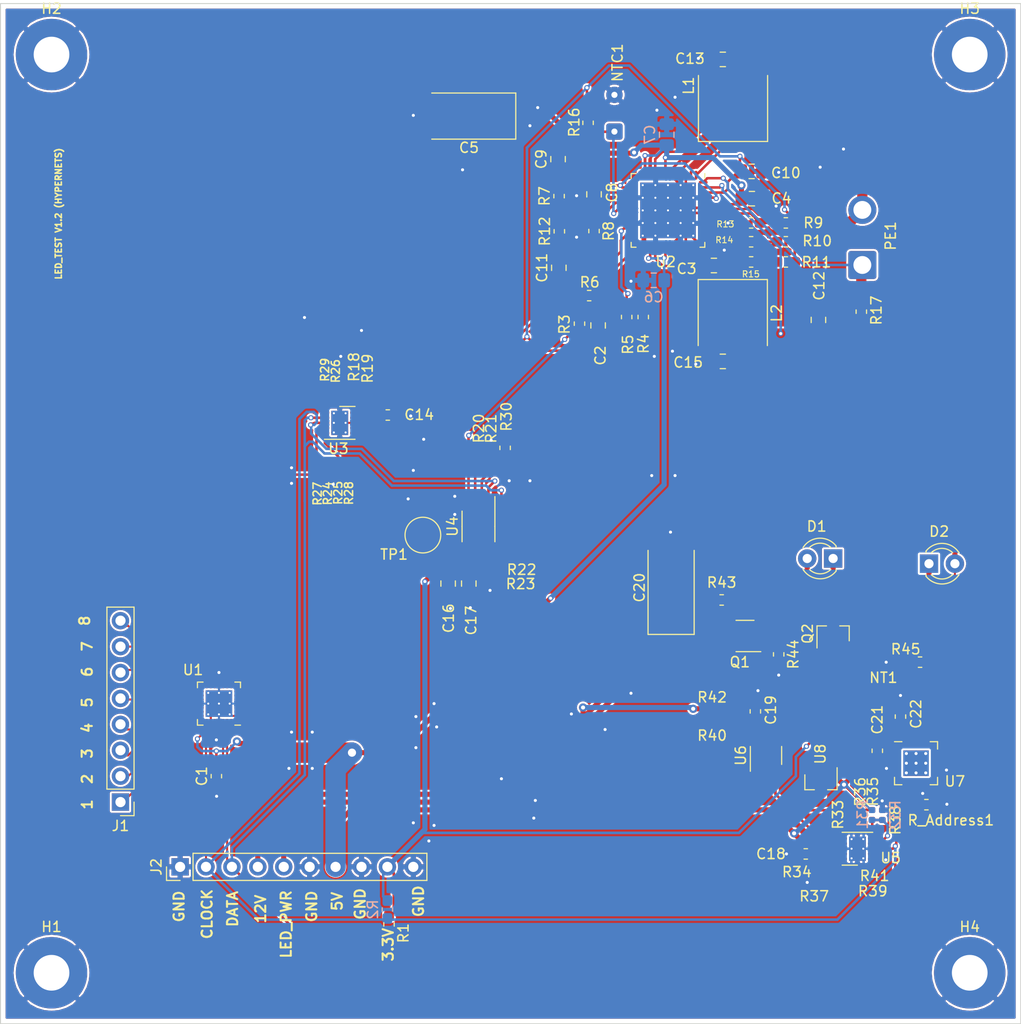
<source format=kicad_pcb>
(kicad_pcb (version 20171130) (host pcbnew 5.1.6-c6e7f7d~87~ubuntu20.04.1)
  (layers (0 F.Cu signal) (31 B.Cu signal) (34 B.Paste user) (35 F.Paste user) (36 B.SilkS user) (37 F.SilkS user) (38 B.Mask user) (39 F.Mask user) (44 Edge.Cuts user))
  (net 0 "")
  (net 1 +5V)
  (net 2 GND)
  (net 3 VIN)
  (net 4 "Net-(C2-Pad1)")
  (net 5 "Net-(C3-Pad2)")
  (net 6 "Net-(C11-Pad2)")
  (net 7 REF)
  (net 8 "Net-(C11-Pad1)")
  (net 9 "Net-(C12-Pad1)")
  (net 10 "Net-(C12-Pad2)")
  (net 11 +3V3)
  (net 12 "Net-(C19-Pad1)")
  (net 13 +12V)
  (net 14 "Net-(D1-Pad2)")
  (net 15 "Net-(D1-Pad1)")
  (net 16 "Net-(D2-Pad1)")
  (net 17 "Net-(D2-Pad2)")
  (net 18 "Net-(J1-Pad1)")
  (net 19 "Net-(J1-Pad2)")
  (net 20 "Net-(J1-Pad3)")
  (net 21 "Net-(J1-Pad4)")
  (net 22 "Net-(J1-Pad5)")
  (net 23 "Net-(J1-Pad6)")
  (net 24 "Net-(J1-Pad7)")
  (net 25 "Net-(J1-Pad8)")
  (net 26 /Sheet5F1EB17F/DATA)
  (net 27 /Sheet5F1EB17F/CLOCK)
  (net 28 "Net-(L1-Pad1)")
  (net 29 "Net-(L2-Pad1)")
  (net 30 "Net-(NTC1-Pad1)")
  (net 31 "Net-(PE1-Pad1)")
  (net 32 "Net-(Q1-Pad1)")
  (net 33 "Net-(Q1-Pad6)")
  (net 34 "Net-(Q2-Pad1)")
  (net 35 "Net-(R4-Pad1)")
  (net 36 "Net-(R6-Pad1)")
  (net 37 "Net-(R13-Pad2)")
  (net 38 "Net-(R10-Pad2)")
  (net 39 "Net-(R11-Pad2)")
  (net 40 "Net-(R18-Pad2)")
  (net 41 "Net-(R20-Pad2)")
  (net 42 "Net-(R22-Pad2)")
  (net 43 "Net-(R24-Pad1)")
  (net 44 "Net-(R25-Pad1)")
  (net 45 "Net-(R26-Pad1)")
  (net 46 "Net-(R30-Pad1)")
  (net 47 "Net-(R31-Pad1)")
  (net 48 "Net-(R34-Pad1)")
  (net 49 "Net-(R_Address1-Pad1)")
  (net 50 "Net-(U2-Pad19)")
  (net 51 "Net-(U5-Pad7)")
  (net 52 /LED2/LED_Power)
  (net 53 "Net-(R33-Pad2)")
  (net 54 "Net-(R35-Pad1)")
  (net 55 "Net-(R39-Pad1)")
  (net 56 "Net-(C8-Pad2)")
  (net 57 "/Sheet5F1EB17F/(C2)")
  (net 58 "Net-(C9-Pad1)")
  (net 59 "Net-(R33-Pad1)")
  (net 60 "Net-(NT1-Pad1)")
  (module Package_TO_SOT_SMD:SOT-23 (layer F.Cu) (at 180.42 126.3 270)
    (fp_text reference U8 (at -2.74 0.06 90) (layer F.SilkS))
    (fp_text value REF3333)
    (pad 3 smd rect (at 1 0 270) (size 0.9 0.8) (layers F.Cu F.Paste F.Mask) (net 2 GND))
    (pad 2 smd rect (at -1 0.95 270) (size 0.9 0.8) (layers F.Cu F.Paste F.Mask) (net 59 "Net-(R33-Pad1)"))
    (pad 1 smd rect (at -1 -0.95 270) (size 0.9 0.8) (layers F.Cu F.Paste F.Mask) (net 1 +5V))
  )
  (module Resistor_SMD:R_0402_1005Metric (layer F.Cu) (at 183.14 129.55 270)
    (fp_text reference R33 (at -0.05 1.05 90) (layer F.SilkS))
    (fp_text value 0)
    (pad 2 smd roundrect (at 0.485 0 270) (size 0.59 0.64) (layers F.Cu F.Paste F.Mask) (net 53 "Net-(R33-Pad2)"))
    (pad 1 smd roundrect (at -0.485 0 270) (size 0.59 0.64) (layers F.Cu F.Paste F.Mask) (net 59 "Net-(R33-Pad1)"))
  )
  (module Package_DFN_QFN:DFN-10-1EP_3x3mm_P0.5mm_EP1.65x2.38mm_ThermalVias (layer F.Cu) (at 133.25 91.1)
    (fp_text reference U3 (at -0.125 2.525) (layer F.SilkS))
    (fp_text value LTC2606IDD)
    (pad 1 smd roundrect (at -1.45 -1) (size 0.85 0.25) (layers F.Cu F.Paste F.Mask) (net 45 "Net-(R26-Pad1)"))
    (pad 2 smd roundrect (at -1.45 -0.5) (size 0.85 0.25) (layers F.Cu F.Paste F.Mask) (net 26 /Sheet5F1EB17F/DATA))
    (pad 3 smd roundrect (at -1.45 0) (size 0.85 0.25) (layers F.Cu F.Paste F.Mask) (net 27 /Sheet5F1EB17F/CLOCK))
    (pad 4 smd roundrect (at -1.45 0.5) (size 0.85 0.25) (layers F.Cu F.Paste F.Mask) (net 43 "Net-(R24-Pad1)"))
    (pad 5 smd roundrect (at -1.45 1) (size 0.85 0.25) (layers F.Cu F.Paste F.Mask) (net 44 "Net-(R25-Pad1)"))
    (pad 6 smd roundrect (at 1.45 1) (size 0.85 0.25) (layers F.Cu F.Paste F.Mask) (net 7 REF))
    (pad 7 smd roundrect (at 1.45 0.5) (size 0.85 0.25) (layers F.Cu F.Paste F.Mask) (net 50 "Net-(U2-Pad19)"))
    (pad 8 smd roundrect (at 1.45 0) (size 0.85 0.25) (layers F.Cu F.Paste F.Mask) (net 2 GND))
    (pad 9 smd roundrect (at 1.45 -0.5) (size 0.85 0.25) (layers F.Cu F.Paste F.Mask) (net 1 +5V))
    (pad 10 smd roundrect (at 1.45 -1) (size 0.85 0.25) (layers F.Cu F.Paste F.Mask) (net 40 "Net-(R18-Pad2)"))
    (pad 11 smd rect (at 0 0) (size 1.65 2.38) (layers F.Cu F.Mask) (net 2 GND))
    (pad 11 thru_hole circle (at -0.575 -0.94) (size 0.5 0.5) (drill 0.2) (layers *.Cu) (net 2 GND))
    (pad 11 thru_hole circle (at 0.575 -0.94) (size 0.5 0.5) (drill 0.2) (layers *.Cu) (net 2 GND))
    (pad 11 thru_hole circle (at -0.575 0) (size 0.5 0.5) (drill 0.2) (layers *.Cu) (net 2 GND))
    (pad 11 thru_hole circle (at 0.575 0) (size 0.5 0.5) (drill 0.2) (layers *.Cu) (net 2 GND))
    (pad 11 thru_hole circle (at -0.575 0.94) (size 0.5 0.5) (drill 0.2) (layers *.Cu) (net 2 GND))
    (pad 11 thru_hole circle (at 0.575 0.94) (size 0.5 0.5) (drill 0.2) (layers *.Cu) (net 2 GND))
    (pad 11 smd rect (at 0 0) (size 1.65 2.38) (layers B.Cu) (net 2 GND))
  )
  (module Connector_Wire:SolderWire-1sqmm_1x02_P5.4mm_D1.4mm_OD2.7mm (layer F.Cu) (at 184.475 75.625 90)
    (fp_text reference PE1 (at 2.85 2.775 90) (layer F.SilkS))
    (fp_text value Peltier_Element)
    (pad 2 thru_hole circle (at 5.4 0 90) (size 2.75 2.75) (drill 1.75) (layers *.Cu *.Mask) (net 10 "Net-(C12-Pad2)"))
    (pad 1 thru_hole roundrect (at 0 0 90) (size 2.75 2.75) (drill 1.75) (layers *.Cu *.Mask) (roundrect_rratio 0.090909) (net 31 "Net-(PE1-Pad1)"))
  )
  (module Resistor_SMD:R_0402_1005Metric (layer F.Cu) (at 148.58 106.765)
    (fp_text reference R23 (at 2.4 0.125) (layer F.SilkS))
    (fp_text value 0R)
    (pad 2 smd roundrect (at 0.485 0) (size 0.59 0.64) (layers F.Cu F.Paste F.Mask) (net 42 "Net-(R22-Pad2)"))
    (pad 1 smd roundrect (at -0.485 0) (size 0.59 0.64) (layers F.Cu F.Paste F.Mask) (net 2 GND))
  )
  (module Resistor_SMD:R_0402_1005Metric (layer F.Cu) (at 148.58 105.74)
    (fp_text reference R22 (at 2.5 -0.25) (layer F.SilkS))
    (fp_text value 0R)
    (pad 2 smd roundrect (at 0.485 0) (size 0.59 0.64) (layers F.Cu F.Paste F.Mask) (net 42 "Net-(R22-Pad2)"))
    (pad 1 smd roundrect (at -0.485 0) (size 0.59 0.64) (layers F.Cu F.Paste F.Mask) (net 11 +3V3))
  )
  (module Resistor_SMD:R_0402_1005Metric (layer F.Cu) (at 147.865 94.115 270)
    (fp_text reference R21 (at -2.45 -0.225 90) (layer F.SilkS))
    (fp_text value 0R)
    (pad 2 smd roundrect (at 0.485 0 270) (size 0.59 0.64) (layers F.Cu F.Paste F.Mask) (net 41 "Net-(R20-Pad2)"))
    (pad 1 smd roundrect (at -0.485 0 270) (size 0.59 0.64) (layers F.Cu F.Paste F.Mask) (net 2 GND))
  )
  (module Resistor_SMD:R_0402_1005Metric (layer F.Cu) (at 146.74 94.14 270)
    (fp_text reference R20 (at -2.5 -0.15 90) (layer F.SilkS))
    (fp_text value 0R)
    (pad 2 smd roundrect (at 0.485 0 270) (size 0.59 0.64) (layers F.Cu F.Paste F.Mask) (net 41 "Net-(R20-Pad2)"))
    (pad 1 smd roundrect (at -0.485 0 270) (size 0.59 0.64) (layers F.Cu F.Paste F.Mask) (net 11 +3V3))
  )
  (module Resistor_SMD:R_0603_1608Metric_Pad1.05x0.95mm_HandSolder (layer F.Cu) (at 176.975 75.325 180)
    (fp_text reference R11 (at -3 -0.025) (layer F.SilkS))
    (fp_text value R)
    (pad 2 smd roundrect (at 0.875 0 180) (size 1.05 0.95) (layers F.Cu F.Paste F.Mask) (net 39 "Net-(R11-Pad2)"))
    (pad 1 smd roundrect (at -0.875 0 180) (size 1.05 0.95) (layers F.Cu F.Paste F.Mask) (net 7 REF))
  )
  (module Package_DFN_QFN:QFN-28-1EP_4x4mm_P0.4mm_EP2.6x2.6mm_ThermalVias (layer F.Cu) (at 121.412 118.618 180)
    (fp_text reference U1 (at 2.54 3.302) (layer F.SilkS))
    (fp_text value MAX14662)
    (pad 29 smd rect (at 0 0 180) (size 2.6 2.6) (layers B.Cu) (net 2 GND))
    (pad 29 thru_hole circle (at 1.05 1.05 180) (size 0.5 0.5) (drill 0.2) (layers *.Cu) (net 2 GND))
    (pad 29 thru_hole circle (at 0 1.05 180) (size 0.5 0.5) (drill 0.2) (layers *.Cu) (net 2 GND))
    (pad 29 thru_hole circle (at -1.05 1.05 180) (size 0.5 0.5) (drill 0.2) (layers *.Cu) (net 2 GND))
    (pad 29 thru_hole circle (at 1.05 0 180) (size 0.5 0.5) (drill 0.2) (layers *.Cu) (net 2 GND))
    (pad 29 thru_hole circle (at 0 0 180) (size 0.5 0.5) (drill 0.2) (layers *.Cu) (net 2 GND))
    (pad 29 thru_hole circle (at -1.05 0 180) (size 0.5 0.5) (drill 0.2) (layers *.Cu) (net 2 GND))
    (pad 29 thru_hole circle (at 1.05 -1.05 180) (size 0.5 0.5) (drill 0.2) (layers *.Cu) (net 2 GND))
    (pad 29 thru_hole circle (at 0 -1.05 180) (size 0.5 0.5) (drill 0.2) (layers *.Cu) (net 2 GND))
    (pad 29 thru_hole circle (at -1.05 -1.05 180) (size 0.5 0.5) (drill 0.2) (layers *.Cu) (net 2 GND))
    (pad 29 smd rect (at 0 0 180) (size 2.6 2.6) (layers F.Cu F.Mask) (net 2 GND))
    (pad 28 smd roundrect (at -1.2 -1.9375 180) (size 0.2 0.875) (layers F.Cu F.Paste F.Mask) (net 2 GND))
    (pad 27 smd roundrect (at -0.8 -1.9375 180) (size 0.2 0.875) (layers F.Cu F.Paste F.Mask) (net 26 /Sheet5F1EB17F/DATA))
    (pad 26 smd roundrect (at -0.4 -1.9375 180) (size 0.2 0.875) (layers F.Cu F.Paste F.Mask) (net 1 +5V))
    (pad 25 smd roundrect (at 0 -1.9375 180) (size 0.2 0.875) (layers F.Cu F.Paste F.Mask) (net 2 GND))
    (pad 24 smd roundrect (at 0.4 -1.9375 180) (size 0.2 0.875) (layers F.Cu F.Paste F.Mask) (net 27 /Sheet5F1EB17F/CLOCK))
    (pad 23 smd roundrect (at 0.8 -1.9375 180) (size 0.2 0.875) (layers F.Cu F.Paste F.Mask) (net 2 GND))
    (pad 22 smd roundrect (at 1.2 -1.9375 180) (size 0.2 0.875) (layers F.Cu F.Paste F.Mask) (net 1 +5V))
    (pad 21 smd roundrect (at 1.9375 -1.2 180) (size 0.875 0.2) (layers F.Cu F.Paste F.Mask) (net 18 "Net-(J1-Pad1)"))
    (pad 20 smd roundrect (at 1.9375 -0.8 180) (size 0.875 0.2) (layers F.Cu F.Paste F.Mask) (net 19 "Net-(J1-Pad2)"))
    (pad 19 smd roundrect (at 1.9375 -0.4 180) (size 0.875 0.2) (layers F.Cu F.Paste F.Mask) (net 20 "Net-(J1-Pad3)"))
    (pad 18 smd roundrect (at 1.9375 0 180) (size 0.875 0.2) (layers F.Cu F.Paste F.Mask) (net 21 "Net-(J1-Pad4)"))
    (pad 17 smd roundrect (at 1.9375 0.4 180) (size 0.875 0.2) (layers F.Cu F.Paste F.Mask) (net 22 "Net-(J1-Pad5)"))
    (pad 16 smd roundrect (at 1.9375 0.8 180) (size 0.875 0.2) (layers F.Cu F.Paste F.Mask) (net 23 "Net-(J1-Pad6)"))
    (pad 15 smd roundrect (at 1.9375 1.2 180) (size 0.875 0.2) (layers F.Cu F.Paste F.Mask) (net 24 "Net-(J1-Pad7)"))
    (pad 14 smd roundrect (at 1.2 1.9375 180) (size 0.2 0.875) (layers F.Cu F.Paste F.Mask) (net 25 "Net-(J1-Pad8)"))
    (pad 13 smd roundrect (at 0.8 1.9375 180) (size 0.2 0.875) (layers F.Cu F.Paste F.Mask))
    (pad 12 smd roundrect (at 0.4 1.9375 180) (size 0.2 0.875) (layers F.Cu F.Paste F.Mask))
    (pad 11 smd roundrect (at 0 1.9375 180) (size 0.2 0.875) (layers F.Cu F.Paste F.Mask) (net 2 GND))
    (pad 10 smd roundrect (at -0.4 1.9375 180) (size 0.2 0.875) (layers F.Cu F.Paste F.Mask))
    (pad 9 smd roundrect (at -0.8 1.9375 180) (size 0.2 0.875) (layers F.Cu F.Paste F.Mask) (net 1 +5V))
    (pad 8 smd roundrect (at -1.2 1.9375 180) (size 0.2 0.875) (layers F.Cu F.Paste F.Mask) (net 1 +5V))
    (pad 7 smd roundrect (at -1.9375 1.2 180) (size 0.875 0.2) (layers F.Cu F.Paste F.Mask) (net 1 +5V))
    (pad 6 smd roundrect (at -1.9375 0.8 180) (size 0.875 0.2) (layers F.Cu F.Paste F.Mask) (net 1 +5V))
    (pad 5 smd roundrect (at -1.9375 0.4 180) (size 0.875 0.2) (layers F.Cu F.Paste F.Mask) (net 1 +5V))
    (pad 4 smd roundrect (at -1.9375 0 180) (size 0.875 0.2) (layers F.Cu F.Paste F.Mask) (net 1 +5V))
    (pad 3 smd roundrect (at -1.9375 -0.4 180) (size 0.875 0.2) (layers F.Cu F.Paste F.Mask) (net 1 +5V))
    (pad 2 smd roundrect (at -1.9375 -0.8 180) (size 0.875 0.2) (layers F.Cu F.Paste F.Mask) (net 1 +5V))
    (pad 1 smd roundrect (at -1.9375 -1.2 180) (size 0.875 0.2) (layers F.Cu F.Paste F.Mask) (net 2 GND))
  )
  (module LED_THT:LED_D3.0mm (layer F.Cu) (at 181.61 104.394 180)
    (fp_text reference D1 (at 1.61 3.144) (layer F.SilkS))
    (fp_text value LED)
    (pad 2 thru_hole circle (at 2.54 0 180) (size 1.8 1.8) (drill 0.9) (layers *.Cu *.Mask) (net 14 "Net-(D1-Pad2)"))
    (pad 1 thru_hole rect (at 0 0 180) (size 1.8 1.8) (drill 0.9) (layers *.Cu *.Mask) (net 15 "Net-(D1-Pad1)"))
  )
  (module Resistor_SMD:R_0603_1608Metric_Pad1.05x0.95mm_HandSolder (layer F.Cu) (at 190.133 114.554 180)
    (fp_text reference R45 (at 1.411 1.27) (layer F.SilkS))
    (fp_text value .1)
    (pad 2 smd roundrect (at 0.875 0 180) (size 1.05 0.95) (layers F.Cu F.Paste F.Mask) (net 60 "Net-(NT1-Pad1)"))
    (pad 1 smd roundrect (at -0.875 0 180) (size 1.05 0.95) (layers F.Cu F.Paste F.Mask) (net 16 "Net-(D2-Pad1)"))
  )
  (module Resistor_SMD:R_0603_1608Metric_Pad1.05x0.95mm_HandSolder (layer F.Cu) (at 176.276 113.792 270)
    (fp_text reference R44 (at 0 -1.43 90) (layer F.SilkS))
    (fp_text value 1k)
    (pad 2 smd roundrect (at 0.875 0 270) (size 1.05 0.95) (layers F.Cu F.Paste F.Mask) (net 2 GND))
    (pad 1 smd roundrect (at -0.875 0 270) (size 1.05 0.95) (layers F.Cu F.Paste F.Mask) (net 32 "Net-(Q1-Pad1)"))
  )
  (module Resistor_SMD:R_0402_1005Metric (layer F.Cu) (at 169.672 119.126)
    (fp_text reference R42 (at 0.078 -1.126) (layer F.SilkS))
    (fp_text value 0)
    (pad 2 smd roundrect (at 0.485 0) (size 0.59 0.64) (layers F.Cu F.Paste F.Mask) (net 12 "Net-(C19-Pad1)"))
    (pad 1 smd roundrect (at -0.485 0) (size 0.59 0.64) (layers F.Cu F.Paste F.Mask) (net 13 +12V))
  )
  (module Resistor_SMD:R_0402_1005Metric (layer F.Cu) (at 183.134 135.636 180)
    (fp_text reference R41 (at -2.54 0.136) (layer F.SilkS))
    (fp_text value 0R)
    (pad 2 smd roundrect (at 0.485 0 180) (size 0.59 0.64) (layers F.Cu F.Paste F.Mask) (net 2 GND))
    (pad 1 smd roundrect (at -0.485 0 180) (size 0.59 0.64) (layers F.Cu F.Paste F.Mask) (net 55 "Net-(R39-Pad1)"))
  )
  (module Resistor_SMD:R_0402_1005Metric (layer F.Cu) (at 169.672 120.396)
    (fp_text reference R40 (at 0.078 1.354) (layer F.SilkS))
    (fp_text value 0)
    (pad 2 smd roundrect (at 0.485 0) (size 0.59 0.64) (layers F.Cu F.Paste F.Mask) (net 12 "Net-(C19-Pad1)"))
    (pad 1 smd roundrect (at -0.485 0) (size 0.59 0.64) (layers F.Cu F.Paste F.Mask) (net 1 +5V))
  )
  (module Resistor_SMD:R_0402_1005Metric (layer F.Cu) (at 183.134 136.652 180)
    (fp_text reference R39 (at -2.366 -0.348) (layer F.SilkS))
    (fp_text value 0R)
    (pad 2 smd roundrect (at 0.485 0 180) (size 0.59 0.64) (layers F.Cu F.Paste F.Mask) (net 1 +5V))
    (pad 1 smd roundrect (at -0.485 0 180) (size 0.59 0.64) (layers F.Cu F.Paste F.Mask) (net 55 "Net-(R39-Pad1)"))
  )
  (module Resistor_SMD:R_0402_1005Metric (layer F.Cu) (at 186.436 129.54 90)
    (fp_text reference R38 (at -0.508 1.27 270) (layer F.SilkS))
    (fp_text value 0R)
    (pad 2 smd roundrect (at 0.485 0 90) (size 0.59 0.64) (layers F.Cu F.Paste F.Mask) (net 2 GND))
    (pad 1 smd roundrect (at -0.485 0 90) (size 0.59 0.64) (layers F.Cu F.Paste F.Mask) (net 54 "Net-(R35-Pad1)"))
  )
  (module Resistor_SMD:R_0402_1005Metric (layer F.Cu) (at 180.34 136.144 180)
    (fp_text reference R37 (at 0.59 -1.356) (layer F.SilkS))
    (fp_text value 0R)
    (pad 2 smd roundrect (at 0.485 0 180) (size 0.59 0.64) (layers F.Cu F.Paste F.Mask) (net 2 GND))
    (pad 1 smd roundrect (at -0.485 0 180) (size 0.59 0.64) (layers F.Cu F.Paste F.Mask) (net 48 "Net-(R34-Pad1)"))
  )
  (module Resistor_SMD:R_0402_1005Metric (layer F.Cu) (at 184.27 129.55 270)
    (fp_text reference R36 (at -2.286 0 90) (layer F.SilkS))
    (fp_text value 0)
    (pad 2 smd roundrect (at 0.485 0 270) (size 0.59 0.64) (layers F.Cu F.Paste F.Mask) (net 53 "Net-(R33-Pad2)"))
    (pad 1 smd roundrect (at -0.485 0 270) (size 0.59 0.64) (layers F.Cu F.Paste F.Mask) (net 1 +5V))
  )
  (module Resistor_SMD:R_0402_1005Metric (layer F.Cu) (at 185.42 129.53 90)
    (fp_text reference R35 (at 2.29 0.08 90) (layer F.SilkS))
    (fp_text value 0R)
    (pad 2 smd roundrect (at 0.485 0 90) (size 0.59 0.64) (layers F.Cu F.Paste F.Mask) (net 1 +5V))
    (pad 1 smd roundrect (at -0.485 0 90) (size 0.59 0.64) (layers F.Cu F.Paste F.Mask) (net 54 "Net-(R35-Pad1)"))
  )
  (module Resistor_SMD:R_0402_1005Metric (layer F.Cu) (at 180.34 135.128 180)
    (fp_text reference R34 (at 2.286 0) (layer F.SilkS))
    (fp_text value 0R)
    (pad 2 smd roundrect (at 0.485 0 180) (size 0.59 0.64) (layers F.Cu F.Paste F.Mask) (net 1 +5V))
    (pad 1 smd roundrect (at -0.485 0 180) (size 0.59 0.64) (layers F.Cu F.Paste F.Mask) (net 48 "Net-(R34-Pad1)"))
  )
  (module Resistor_SMD:R_0402_1005Metric (layer B.Cu) (at 186.436 129.54 90)
    (fp_text reference R32 (at 0 1.27 90) (layer B.SilkS) (effects (justify mirror)))
    (fp_text value 0R)
    (pad 2 smd roundrect (at 0.485 0 90) (size 0.59 0.64) (layers B.Cu B.Paste B.Mask) (net 2 GND))
    (pad 1 smd roundrect (at -0.485 0 90) (size 0.59 0.64) (layers B.Cu B.Paste B.Mask) (net 47 "Net-(R31-Pad1)"))
  )
  (module Resistor_SMD:R_0402_1005Metric (layer B.Cu) (at 185.42 129.54 90)
    (fp_text reference R31 (at 0.04 -0.92 270) (layer B.SilkS) (effects (justify mirror)))
    (fp_text value 0R)
    (pad 2 smd roundrect (at 0.485 0 90) (size 0.59 0.64) (layers B.Cu B.Paste B.Mask) (net 1 +5V))
    (pad 1 smd roundrect (at -0.485 0 90) (size 0.59 0.64) (layers B.Cu B.Paste B.Mask) (net 47 "Net-(R31-Pad1)"))
  )
  (module Resistor_SMD:R_0402_1005Metric (layer F.Cu) (at 131.8 88.2 90)
    (fp_text reference R29 (at 2.3 0 90) (layer F.SilkS) (effects (font (size 0.8 0.8))))
    (fp_text value 0R)
    (pad 2 smd roundrect (at 0.485 0 90) (size 0.59 0.64) (layers F.Cu F.Paste F.Mask) (net 1 +5V))
    (pad 1 smd roundrect (at -0.485 0 90) (size 0.59 0.64) (layers F.Cu F.Paste F.Mask) (net 45 "Net-(R26-Pad1)"))
  )
  (module Resistor_SMD:R_0402_1005Metric (layer F.Cu) (at 134.095 95.665 270)
    (fp_text reference R28 (at 2.325 -0.05 90) (layer F.SilkS) (effects (font (size 0.8 0.8))))
    (fp_text value 0R)
    (pad 2 smd roundrect (at 0.485 0 270) (size 0.59 0.64) (layers F.Cu F.Paste F.Mask) (net 1 +5V))
    (pad 1 smd roundrect (at -0.485 0 270) (size 0.59 0.64) (layers F.Cu F.Paste F.Mask) (net 44 "Net-(R25-Pad1)"))
  )
  (module Resistor_SMD:R_0402_1005Metric (layer F.Cu) (at 130.97 95.69 270)
    (fp_text reference R27 (at 2.35 -0.1 90) (layer F.SilkS) (effects (font (size 0.8 0.8))))
    (fp_text value 0R)
    (pad 2 smd roundrect (at 0.485 0 270) (size 0.59 0.64) (layers F.Cu F.Paste F.Mask) (net 1 +5V))
    (pad 1 smd roundrect (at -0.485 0 270) (size 0.59 0.64) (layers F.Cu F.Paste F.Mask) (net 43 "Net-(R24-Pad1)"))
  )
  (module Resistor_SMD:R_0402_1005Metric (layer F.Cu) (at 132.825 88.175 90)
    (fp_text reference R26 (at 2.15 0.025 90) (layer F.SilkS) (effects (font (size 0.8 0.8))))
    (fp_text value 0R)
    (pad 2 smd roundrect (at 0.485 0 90) (size 0.59 0.64) (layers F.Cu F.Paste F.Mask) (net 2 GND))
    (pad 1 smd roundrect (at -0.485 0 90) (size 0.59 0.64) (layers F.Cu F.Paste F.Mask) (net 45 "Net-(R26-Pad1)"))
  )
  (module Resistor_SMD:R_0402_1005Metric (layer F.Cu) (at 133.095 95.665 270)
    (fp_text reference R25 (at 2.3 0 90) (layer F.SilkS) (effects (font (size 0.8 0.8))))
    (fp_text value 0R)
    (pad 2 smd roundrect (at 0.485 0 270) (size 0.59 0.64) (layers F.Cu F.Paste F.Mask) (net 2 GND))
    (pad 1 smd roundrect (at -0.485 0 270) (size 0.59 0.64) (layers F.Cu F.Paste F.Mask) (net 44 "Net-(R25-Pad1)"))
  )
  (module Resistor_SMD:R_0402_1005Metric (layer F.Cu) (at 132.045 95.665 270)
    (fp_text reference R24 (at 2.35 -0.025 90) (layer F.SilkS) (effects (font (size 0.8 0.8))))
    (fp_text value 0R)
    (pad 2 smd roundrect (at 0.485 0 270) (size 0.59 0.64) (layers F.Cu F.Paste F.Mask) (net 2 GND))
    (pad 1 smd roundrect (at -0.485 0 270) (size 0.59 0.64) (layers F.Cu F.Paste F.Mask) (net 43 "Net-(R24-Pad1)"))
  )
  (module Resistor_SMD:R_0402_1005Metric (layer F.Cu) (at 135.775 88.125 90)
    (fp_text reference R19 (at 2.35 0.2 90) (layer F.SilkS))
    (fp_text value 0R)
    (pad 2 smd roundrect (at 0.485 0 90) (size 0.59 0.64) (layers F.Cu F.Paste F.Mask) (net 1 +5V))
    (pad 1 smd roundrect (at -0.485 0 90) (size 0.59 0.64) (layers F.Cu F.Paste F.Mask) (net 40 "Net-(R18-Pad2)"))
  )
  (module Resistor_SMD:R_0402_1005Metric (layer F.Cu) (at 134.7 88.075 270)
    (fp_text reference R18 (at -2.45 0.05 90) (layer F.SilkS))
    (fp_text value 0R)
    (pad 2 smd roundrect (at 0.485 0 270) (size 0.59 0.64) (layers F.Cu F.Paste F.Mask) (net 40 "Net-(R18-Pad2)"))
    (pad 1 smd roundrect (at -0.485 0 270) (size 0.59 0.64) (layers F.Cu F.Paste F.Mask) (net 2 GND))
  )
  (module Resistor_SMD:R_0603_1608Metric_Pad1.05x0.95mm_HandSolder (layer F.Cu) (at 138.08 140.26 270)
    (fp_text reference R1 (at 0.856 -1.408 90) (layer F.SilkS))
    (fp_text value 10k)
    (pad 2 smd roundrect (at 0.875 0 270) (size 1.05 0.95) (layers F.Cu F.Paste F.Mask) (net 26 /Sheet5F1EB17F/DATA))
    (pad 1 smd roundrect (at -0.875 0 270) (size 1.05 0.95) (layers F.Cu F.Paste F.Mask) (net 11 +3V3))
  )
  (module Connector_PinHeader_2.54mm:PinHeader_1x10_P2.54mm_Vertical (layer F.Cu) (at 117.602 134.62 90)
    (fp_text reference J2 (at 0 -2.33 90) (layer F.SilkS))
    (fp_text value Conn_01x10_Male)
    (pad 10 thru_hole oval (at 0 22.86 90) (size 1.7 1.7) (drill 1) (layers *.Cu *.Mask) (net 2 GND))
    (pad 9 thru_hole oval (at 0 20.32 90) (size 1.7 1.7) (drill 1) (layers *.Cu *.Mask) (net 11 +3V3))
    (pad 8 thru_hole oval (at 0 17.78 90) (size 1.7 1.7) (drill 1) (layers *.Cu *.Mask) (net 2 GND))
    (pad 7 thru_hole oval (at 0 15.24 90) (size 1.7 1.7) (drill 1) (layers *.Cu *.Mask) (net 1 +5V))
    (pad 6 thru_hole oval (at 0 12.7 90) (size 1.7 1.7) (drill 1) (layers *.Cu *.Mask) (net 2 GND))
    (pad 5 thru_hole oval (at 0 10.16 90) (size 1.7 1.7) (drill 1) (layers *.Cu *.Mask) (net 52 /LED2/LED_Power))
    (pad 4 thru_hole oval (at 0 7.62 90) (size 1.7 1.7) (drill 1) (layers *.Cu *.Mask) (net 13 +12V))
    (pad 3 thru_hole oval (at 0 5.08 90) (size 1.7 1.7) (drill 1) (layers *.Cu *.Mask) (net 26 /Sheet5F1EB17F/DATA))
    (pad 2 thru_hole oval (at 0 2.54 90) (size 1.7 1.7) (drill 1) (layers *.Cu *.Mask) (net 27 /Sheet5F1EB17F/CLOCK))
    (pad 1 thru_hole rect (at 0 0 90) (size 1.7 1.7) (drill 1) (layers *.Cu *.Mask) (net 2 GND))
  )
  (module Connector_PinHeader_2.54mm:PinHeader_1x08_P2.54mm_Vertical (layer F.Cu) (at 111.76 128.27 180)
    (fp_text reference J1 (at 0 -2.33) (layer F.SilkS))
    (fp_text value Conn_01x08_Male)
    (pad 8 thru_hole oval (at 0 17.78 180) (size 1.7 1.7) (drill 1) (layers *.Cu *.Mask) (net 25 "Net-(J1-Pad8)"))
    (pad 7 thru_hole oval (at 0 15.24 180) (size 1.7 1.7) (drill 1) (layers *.Cu *.Mask) (net 24 "Net-(J1-Pad7)"))
    (pad 6 thru_hole oval (at 0 12.7 180) (size 1.7 1.7) (drill 1) (layers *.Cu *.Mask) (net 23 "Net-(J1-Pad6)"))
    (pad 5 thru_hole oval (at 0 10.16 180) (size 1.7 1.7) (drill 1) (layers *.Cu *.Mask) (net 22 "Net-(J1-Pad5)"))
    (pad 4 thru_hole oval (at 0 7.62 180) (size 1.7 1.7) (drill 1) (layers *.Cu *.Mask) (net 21 "Net-(J1-Pad4)"))
    (pad 3 thru_hole oval (at 0 5.08 180) (size 1.7 1.7) (drill 1) (layers *.Cu *.Mask) (net 20 "Net-(J1-Pad3)"))
    (pad 2 thru_hole oval (at 0 2.54 180) (size 1.7 1.7) (drill 1) (layers *.Cu *.Mask) (net 19 "Net-(J1-Pad2)"))
    (pad 1 thru_hole rect (at 0 0 180) (size 1.7 1.7) (drill 1) (layers *.Cu *.Mask) (net 18 "Net-(J1-Pad1)"))
  )
  (module Capacitor_SMD:C_0603_1608Metric_Pad1.05x0.95mm_HandSolder (layer F.Cu) (at 121.158 125.73 90)
    (fp_text reference C1 (at 0 -1.43 90) (layer F.SilkS))
    (fp_text value 100nF)
    (pad 2 smd roundrect (at 0.875 0 90) (size 1.05 0.95) (layers F.Cu F.Paste F.Mask) (net 1 +5V))
    (pad 1 smd roundrect (at -0.875 0 90) (size 1.05 0.95) (layers F.Cu F.Paste F.Mask) (net 2 GND))
  )
  (module Capacitor_SMD:C_0805_2012Metric_Pad1.15x1.40mm_HandSolder (layer F.Cu) (at 158.575 81.55 270)
    (fp_text reference C2 (at 2.95 -0.225 90) (layer F.SilkS))
    (fp_text value 1uF)
    (pad 2 smd roundrect (at 1.025 0 270) (size 1.15 1.4) (layers F.Cu F.Paste F.Mask) (roundrect_rratio 0.217391) (net 3 VIN))
    (pad 1 smd roundrect (at -1.025 0 270) (size 1.15 1.4) (layers F.Cu F.Paste F.Mask) (roundrect_rratio 0.217391) (net 4 "Net-(C2-Pad1)"))
  )
  (module Capacitor_SMD:C_0805_2012Metric_Pad1.15x1.40mm_HandSolder (layer F.Cu) (at 169.925 75.675 180)
    (fp_text reference C3 (at 2.675 -0.325) (layer F.SilkS))
    (fp_text value .01uF)
    (pad 1 smd roundrect (at -1.025 0 180) (size 1.15 1.4) (layers F.Cu F.Paste F.Mask) (roundrect_rratio 0.217391) (net 2 GND))
    (pad 2 smd roundrect (at 1.025 0 180) (size 1.15 1.4) (layers F.Cu F.Paste F.Mask) (roundrect_rratio 0.217391) (net 5 "Net-(C3-Pad2)"))
  )
  (module Capacitor_SMD:C_0805_2012Metric_Pad1.15x1.40mm_HandSolder (layer F.Cu) (at 173.65 69.125)
    (fp_text reference C4 (at 2.9 -0.025) (layer F.SilkS))
    (fp_text value 10uF1)
    (pad 1 smd roundrect (at -1.025 0) (size 1.15 1.4) (layers F.Cu F.Paste F.Mask) (roundrect_rratio 0.217391) (net 1 +5V))
    (pad 2 smd roundrect (at 1.025 0) (size 1.15 1.4) (layers F.Cu F.Paste F.Mask) (roundrect_rratio 0.217391) (net 2 GND))
  )
  (module Capacitor_Tantalum_SMD:CP_EIA-7343-15_Kemet-W_Pad2.25x2.55mm_HandSolder (layer F.Cu) (at 145.92 61.03 180)
    (fp_text reference C5 (at 0 -3.1 180) (layer F.SilkS))
    (fp_text value 100uF)
    (pad 1 smd roundrect (at -3.2 0 180) (size 2.25 2.55) (layers F.Cu F.Paste F.Mask) (roundrect_rratio 0.111111) (net 1 +5V))
    (pad 2 smd roundrect (at 3.2 0 180) (size 2.25 2.55) (layers F.Cu F.Paste F.Mask) (roundrect_rratio 0.111111) (net 2 GND))
  )
  (module Capacitor_SMD:C_0805_2012Metric_Pad1.15x1.40mm_HandSolder (layer B.Cu) (at 164.025 77.125)
    (fp_text reference C6 (at 0 1.65 180) (layer B.SilkS) (effects (justify mirror)))
    (fp_text value 10uF)
    (pad 2 smd roundrect (at 1.025 0) (size 1.15 1.4) (layers B.Cu B.Paste B.Mask) (roundrect_rratio 0.217391) (net 1 +5V))
    (pad 1 smd roundrect (at -1.025 0) (size 1.15 1.4) (layers B.Cu B.Paste B.Mask) (roundrect_rratio 0.217391) (net 2 GND))
  )
  (module Capacitor_SMD:C_0805_2012Metric_Pad1.15x1.40mm_HandSolder (layer B.Cu) (at 165.3 62.85 270)
    (fp_text reference C7 (at 0 1.65 270) (layer B.SilkS) (effects (justify mirror)))
    (fp_text value 10uF)
    (pad 2 smd roundrect (at 1.025 0 270) (size 1.15 1.4) (layers B.Cu B.Paste B.Mask) (roundrect_rratio 0.217391) (net 1 +5V))
    (pad 1 smd roundrect (at -1.025 0 270) (size 1.15 1.4) (layers B.Cu B.Paste B.Mask) (roundrect_rratio 0.217391) (net 2 GND))
  )
  (module Capacitor_SMD:C_0805_2012Metric_Pad1.15x1.40mm_HandSolder (layer F.Cu) (at 158.175 68.7 270)
    (fp_text reference C8 (at -0.17 -1.755 90) (layer F.SilkS))
    (fp_text value 47nF)
    (pad 2 smd roundrect (at 1.025 0 270) (size 1.15 1.4) (layers F.Cu F.Paste F.Mask) (roundrect_rratio 0.217391) (net 56 "Net-(C8-Pad2)"))
    (pad 1 smd roundrect (at -1.025 0 270) (size 1.15 1.4) (layers F.Cu F.Paste F.Mask) (roundrect_rratio 0.217391) (net 57 "/Sheet5F1EB17F/(C2)"))
  )
  (module Capacitor_SMD:C_0805_2012Metric_Pad1.15x1.40mm_HandSolder (layer F.Cu) (at 154.65 65.25 90)
    (fp_text reference C9 (at 0 -1.65 90) (layer F.SilkS))
    (fp_text value 10uF)
    (pad 2 smd roundrect (at 1.025 0 90) (size 1.15 1.4) (layers F.Cu F.Paste F.Mask) (roundrect_rratio 0.217391) (net 57 "/Sheet5F1EB17F/(C2)"))
    (pad 1 smd roundrect (at -1.025 0 90) (size 1.15 1.4) (layers F.Cu F.Paste F.Mask) (roundrect_rratio 0.217391) (net 58 "Net-(C9-Pad1)"))
  )
  (module Capacitor_SMD:C_0805_2012Metric_Pad1.15x1.40mm_HandSolder (layer F.Cu) (at 173.625 66.45 180)
    (fp_text reference C10 (at -3.35 -0.15) (layer F.SilkS))
    (fp_text value 1uF)
    (pad 1 smd roundrect (at -1.025 0 180) (size 1.15 1.4) (layers F.Cu F.Paste F.Mask) (roundrect_rratio 0.217391) (net 2 GND))
    (pad 2 smd roundrect (at 1.025 0 180) (size 1.15 1.4) (layers F.Cu F.Paste F.Mask) (roundrect_rratio 0.217391) (net 7 REF))
  )
  (module Capacitor_SMD:C_0805_2012Metric_Pad1.15x1.40mm_HandSolder (layer F.Cu) (at 154.725 75.9 90)
    (fp_text reference C11 (at 0 -1.65 90) (layer F.SilkS))
    (fp_text value 470nF)
    (pad 2 smd roundrect (at 1.025 0 90) (size 1.15 1.4) (layers F.Cu F.Paste F.Mask) (roundrect_rratio 0.217391) (net 6 "Net-(C11-Pad2)"))
    (pad 1 smd roundrect (at -1.025 0 90) (size 1.15 1.4) (layers F.Cu F.Paste F.Mask) (roundrect_rratio 0.217391) (net 8 "Net-(C11-Pad1)"))
  )
  (module Capacitor_SMD:C_0805_2012Metric_Pad1.15x1.40mm_HandSolder (layer F.Cu) (at 180.17 81.01 90)
    (fp_text reference C12 (at 3.35 0.075 90) (layer F.SilkS))
    (fp_text value 4.7uF)
    (pad 1 smd roundrect (at -1.025 0 90) (size 1.15 1.4) (layers F.Cu F.Paste F.Mask) (roundrect_rratio 0.217391) (net 9 "Net-(C12-Pad1)"))
    (pad 2 smd roundrect (at 1.025 0 90) (size 1.15 1.4) (layers F.Cu F.Paste F.Mask) (roundrect_rratio 0.217391) (net 10 "Net-(C12-Pad2)"))
  )
  (module Capacitor_SMD:C_0805_2012Metric_Pad1.15x1.40mm_HandSolder (layer F.Cu) (at 170.8 55.475 180)
    (fp_text reference C13 (at 3.225 0.075) (layer F.SilkS))
    (fp_text value 1uF)
    (pad 1 smd roundrect (at -1.025 0 180) (size 1.15 1.4) (layers F.Cu F.Paste F.Mask) (roundrect_rratio 0.217391) (net 10 "Net-(C12-Pad2)"))
    (pad 2 smd roundrect (at 1.025 0 180) (size 1.15 1.4) (layers F.Cu F.Paste F.Mask) (roundrect_rratio 0.217391) (net 2 GND))
  )
  (module Capacitor_SMD:C_0603_1608Metric_Pad1.05x0.95mm_HandSolder (layer F.Cu) (at 137.96 90.33)
    (fp_text reference C14 (at 3.075 -0.025) (layer F.SilkS))
    (fp_text value 100nF)
    (pad 1 smd roundrect (at -0.875 0) (size 1.05 0.95) (layers F.Cu F.Paste F.Mask) (net 1 +5V))
    (pad 2 smd roundrect (at 0.875 0) (size 1.05 0.95) (layers F.Cu F.Paste F.Mask) (net 2 GND))
  )
  (module Capacitor_SMD:C_0805_2012Metric_Pad1.15x1.40mm_HandSolder (layer F.Cu) (at 170.8 85.075 180)
    (fp_text reference C15 (at 3.4 -0.1) (layer F.SilkS))
    (fp_text value 1uF)
    (pad 1 smd roundrect (at -1.025 0 180) (size 1.15 1.4) (layers F.Cu F.Paste F.Mask) (roundrect_rratio 0.217391) (net 9 "Net-(C12-Pad1)"))
    (pad 2 smd roundrect (at 1.025 0 180) (size 1.15 1.4) (layers F.Cu F.Paste F.Mask) (roundrect_rratio 0.217391) (net 2 GND))
  )
  (module Capacitor_SMD:C_0805_2012Metric_Pad1.15x1.40mm_HandSolder (layer F.Cu) (at 143.875 106.85 90)
    (fp_text reference C16 (at -3.4 0.05 90) (layer F.SilkS))
    (fp_text value 4.7uF)
    (pad 1 smd roundrect (at -1.025 0 90) (size 1.15 1.4) (layers F.Cu F.Paste F.Mask) (roundrect_rratio 0.217391) (net 2 GND))
    (pad 2 smd roundrect (at 1.025 0 90) (size 1.15 1.4) (layers F.Cu F.Paste F.Mask) (roundrect_rratio 0.217391) (net 11 +3V3))
  )
  (module Capacitor_SMD:C_0805_2012Metric_Pad1.15x1.40mm_HandSolder (layer F.Cu) (at 145.9 106.85 270)
    (fp_text reference C17 (at 3.625 -0.225 90) (layer F.SilkS))
    (fp_text value 1uF)
    (pad 2 smd roundrect (at 1.025 0 270) (size 1.15 1.4) (layers F.Cu F.Paste F.Mask) (roundrect_rratio 0.217391) (net 2 GND))
    (pad 1 smd roundrect (at -1.025 0 270) (size 1.15 1.4) (layers F.Cu F.Paste F.Mask) (roundrect_rratio 0.217391) (net 11 +3V3))
  )
  (module Capacitor_SMD:C_0603_1608Metric_Pad1.05x0.95mm_HandSolder (layer F.Cu) (at 178.929 133.35)
    (fp_text reference C18 (at -3.415 0) (layer F.SilkS))
    (fp_text value 100nF)
    (pad 1 smd roundrect (at -0.875 0) (size 1.05 0.95) (layers F.Cu F.Paste F.Mask) (net 2 GND))
    (pad 2 smd roundrect (at 0.875 0) (size 1.05 0.95) (layers F.Cu F.Paste F.Mask) (net 1 +5V))
  )
  (module Capacitor_SMD:C_0603_1608Metric_Pad1.05x0.95mm_HandSolder (layer F.Cu) (at 173.99 119.38 90)
    (fp_text reference C19 (at 0.13 1.51 90) (layer F.SilkS))
    (fp_text value 100nF)
    (pad 2 smd roundrect (at 0.875 0 90) (size 1.05 0.95) (layers F.Cu F.Paste F.Mask) (net 2 GND))
    (pad 1 smd roundrect (at -0.875 0 90) (size 1.05 0.95) (layers F.Cu F.Paste F.Mask) (net 12 "Net-(C19-Pad1)"))
  )
  (module Capacitor_Tantalum_SMD:CP_EIA-7343-15_Kemet-W_Pad2.25x2.55mm_HandSolder (layer F.Cu) (at 165.73 107.25 90)
    (fp_text reference C20 (at 0 -3.1 90) (layer F.SilkS))
    (fp_text value 100uF)
    (pad 2 smd roundrect (at 3.2 0 90) (size 2.25 2.55) (layers F.Cu F.Paste F.Mask) (roundrect_rratio 0.111111) (net 2 GND))
    (pad 1 smd roundrect (at -3.2 0 90) (size 2.25 2.55) (layers F.Cu F.Paste F.Mask) (roundrect_rratio 0.111111) (net 13 +12V))
  )
  (module Capacitor_SMD:C_0603_1608Metric_Pad1.05x0.95mm_HandSolder (layer F.Cu) (at 185.94 123.24 270)
    (fp_text reference C21 (at -3.048 0 90) (layer F.SilkS))
    (fp_text value 100nF)
    (pad 1 smd roundrect (at -0.875 0 270) (size 1.05 0.95) (layers F.Cu F.Paste F.Mask) (net 2 GND))
    (pad 2 smd roundrect (at 0.875 0 270) (size 1.05 0.95) (layers F.Cu F.Paste F.Mask) (net 1 +5V))
  )
  (module Capacitor_SMD:C_0603_1608Metric_Pad1.05x0.95mm_HandSolder (layer F.Cu) (at 188.214 119.888 270)
    (fp_text reference C22 (at -0.254 -1.524 90) (layer F.SilkS))
    (fp_text value 100nF)
    (pad 2 smd roundrect (at 0.875 0 270) (size 1.05 0.95) (layers F.Cu F.Paste F.Mask) (net 11 +3V3))
    (pad 1 smd roundrect (at -0.875 0 270) (size 1.05 0.95) (layers F.Cu F.Paste F.Mask) (net 2 GND))
  )
  (module LED_THT:LED_D3.0mm (layer F.Cu) (at 191.008 104.902)
    (fp_text reference D2 (at 0.992 -3.152) (layer F.SilkS))
    (fp_text value LED)
    (pad 1 thru_hole rect (at 0 0) (size 1.8 1.8) (drill 0.9) (layers *.Cu *.Mask) (net 16 "Net-(D2-Pad1)"))
    (pad 2 thru_hole circle (at 2.54 0) (size 1.8 1.8) (drill 0.9) (layers *.Cu *.Mask) (net 17 "Net-(D2-Pad2)"))
  )
  (module MountingHole:MountingHole_3.5mm_Pad (layer F.Cu) (at 105 145)
    (fp_text reference H1 (at 0 -4.5) (layer F.SilkS))
    (fp_text value MountingHole)
    (pad 1 thru_hole circle (at 0 0) (size 7 7) (drill 3.5) (layers *.Cu *.Mask) (net 2 GND))
  )
  (module MountingHole:MountingHole_3.5mm_Pad (layer F.Cu) (at 105 55)
    (fp_text reference H2 (at 0 -4.5) (layer F.SilkS))
    (fp_text value MountingHole)
    (pad 1 thru_hole circle (at 0 0) (size 7 7) (drill 3.5) (layers *.Cu *.Mask) (net 2 GND))
  )
  (module MountingHole:MountingHole_3.5mm_Pad (layer F.Cu) (at 195 55)
    (fp_text reference H3 (at 0 -4.5) (layer F.SilkS))
    (fp_text value MountingHole)
    (pad 1 thru_hole circle (at 0 0) (size 7 7) (drill 3.5) (layers *.Cu *.Mask) (net 2 GND))
  )
  (module MountingHole:MountingHole_3.5mm_Pad (layer F.Cu) (at 195 145)
    (fp_text reference H4 (at 0 -4.5) (layer F.SilkS))
    (fp_text value MountingHole)
    (pad 1 thru_hole circle (at 0 0) (size 7 7) (drill 3.5) (layers *.Cu *.Mask) (net 2 GND))
  )
  (module Inductor_SMD:L_Coilcraft_XAL60xx_6.36x6.56mm (layer F.Cu) (at 171.8 60.23 90)
    (fp_text reference L1 (at 2.18 -4.35 90) (layer F.SilkS))
    (fp_text value 3uH)
    (pad 1 smd rect (at -2.02 0 90) (size 1.43 5.5) (layers F.Cu F.Paste F.Mask) (net 28 "Net-(L1-Pad1)"))
    (pad 2 smd rect (at 2.02 0 90) (size 1.43 5.5) (layers F.Cu F.Paste F.Mask) (net 10 "Net-(C12-Pad2)"))
  )
  (module Inductor_SMD:L_Coilcraft_XAL60xx_6.36x6.56mm (layer F.Cu) (at 171.775 80.345 270)
    (fp_text reference L2 (at 0 -4.3 90) (layer F.SilkS))
    (fp_text value 3uH)
    (pad 2 smd rect (at 2.02 0 270) (size 1.43 5.5) (layers F.Cu F.Paste F.Mask) (net 9 "Net-(C12-Pad1)"))
    (pad 1 smd rect (at -2.02 0 270) (size 1.43 5.5) (layers F.Cu F.Paste F.Mask) (net 29 "Net-(L2-Pad1)"))
  )
  (module Connector_Wire:SolderWire-0.1sqmm_1x02_P3.6mm_D0.4mm_OD1mm (layer F.Cu) (at 160.175 62.55 90)
    (fp_text reference NTC1 (at 6.75 0.3 90) (layer F.SilkS))
    (fp_text value NTC)
    (pad 1 thru_hole roundrect (at 0 0 90) (size 1.6 1.6) (drill 0.6) (layers *.Cu *.Mask) (roundrect_rratio 0.15625) (net 30 "Net-(NTC1-Pad1)"))
    (pad 2 thru_hole circle (at 3.6 0 90) (size 1.6 1.6) (drill 0.6) (layers *.Cu *.Mask) (net 2 GND))
  )
  (module Package_TO_SOT_SMD:TSOT-23-6 (layer F.Cu) (at 172.974 112.014 180)
    (fp_text reference Q1 (at 0.508 -2.54) (layer F.SilkS))
    (fp_text value FDC6330L)
    (pad 1 smd rect (at -1.31 -0.95 180) (size 1.22 0.65) (layers F.Cu F.Paste F.Mask) (net 32 "Net-(Q1-Pad1)"))
    (pad 2 smd rect (at -1.31 0 180) (size 1.22 0.65) (layers F.Cu F.Paste F.Mask) (net 14 "Net-(D1-Pad2)"))
    (pad 3 smd rect (at -1.31 0.95 180) (size 1.22 0.65) (layers F.Cu F.Paste F.Mask) (net 14 "Net-(D1-Pad2)"))
    (pad 4 smd rect (at 1.31 0.95 180) (size 1.22 0.65) (layers F.Cu F.Paste F.Mask) (net 13 +12V))
    (pad 5 smd rect (at 1.31 0 180) (size 1.22 0.65) (layers F.Cu F.Paste F.Mask) (net 52 /LED2/LED_Power))
    (pad 6 smd rect (at 1.31 -0.95 180) (size 1.22 0.65) (layers F.Cu F.Paste F.Mask) (net 33 "Net-(Q1-Pad6)"))
  )
  (module Package_TO_SOT_SMD:SOT-23 (layer F.Cu) (at 181.61 111.76 90)
    (fp_text reference Q2 (at 0 -2.5 90) (layer F.SilkS))
    (fp_text value DMN6075S)
    (pad 1 smd rect (at -1 -0.95 90) (size 0.9 0.8) (layers F.Cu F.Paste F.Mask) (net 34 "Net-(Q2-Pad1)"))
    (pad 2 smd rect (at -1 0.95 90) (size 0.9 0.8) (layers F.Cu F.Paste F.Mask) (net 17 "Net-(D2-Pad2)"))
    (pad 3 smd rect (at 1 0 90) (size 0.9 0.8) (layers F.Cu F.Paste F.Mask) (net 15 "Net-(D1-Pad1)"))
  )
  (module Resistor_SMD:R_0603_1608Metric_Pad1.05x0.95mm_HandSolder (layer B.Cu) (at 137.922 138.797 270)
    (fp_text reference R2 (at 0 1.43 270) (layer B.SilkS) (effects (justify mirror)))
    (fp_text value 10k)
    (pad 1 smd roundrect (at -0.875 0 270) (size 1.05 0.95) (layers B.Cu B.Paste B.Mask) (net 11 +3V3))
    (pad 2 smd roundrect (at 0.875 0 270) (size 1.05 0.95) (layers B.Cu B.Paste B.Mask) (net 27 /Sheet5F1EB17F/CLOCK))
  )
  (module Resistor_SMD:R_0603_1608Metric_Pad1.05x0.95mm_HandSolder (layer F.Cu) (at 156.75 81.375 270)
    (fp_text reference R3 (at 0.075 1.475 90) (layer F.SilkS))
    (fp_text value 80.6k)
    (pad 1 smd roundrect (at -0.875 0 270) (size 1.05 0.95) (layers F.Cu F.Paste F.Mask) (net 4 "Net-(C2-Pad1)"))
    (pad 2 smd roundrect (at 0.875 0 270) (size 1.05 0.95) (layers F.Cu F.Paste F.Mask) (net 3 VIN))
  )
  (module Resistor_SMD:R_0603_1608Metric_Pad1.05x0.95mm_HandSolder (layer F.Cu) (at 163 80.725 270)
    (fp_text reference R4 (at 2.625 -0.025 90) (layer F.SilkS))
    (fp_text value 69.8k)
    (pad 1 smd roundrect (at -0.875 0 270) (size 1.05 0.95) (layers F.Cu F.Paste F.Mask) (net 35 "Net-(R4-Pad1)"))
    (pad 2 smd roundrect (at 0.875 0 270) (size 1.05 0.95) (layers F.Cu F.Paste F.Mask) (net 7 REF))
  )
  (module Resistor_SMD:R_0603_1608Metric_Pad1.05x0.95mm_HandSolder (layer F.Cu) (at 161.375 80.725 270)
    (fp_text reference R5 (at 2.7 -0.125 90) (layer F.SilkS))
    (fp_text value 105k)
    (pad 2 smd roundrect (at 0.875 0 270) (size 1.05 0.95) (layers F.Cu F.Paste F.Mask) (net 2 GND))
    (pad 1 smd roundrect (at -0.875 0 270) (size 1.05 0.95) (layers F.Cu F.Paste F.Mask) (net 35 "Net-(R4-Pad1)"))
  )
  (module Resistor_SMD:R_0603_1608Metric_Pad1.05x0.95mm_HandSolder (layer F.Cu) (at 157.7 78.625)
    (fp_text reference R6 (at 0.05 -1.305) (layer F.SilkS))
    (fp_text value 20k)
    (pad 2 smd roundrect (at 0.875 0) (size 1.05 0.95) (layers F.Cu F.Paste F.Mask) (net 4 "Net-(C2-Pad1)"))
    (pad 1 smd roundrect (at -0.875 0) (size 1.05 0.95) (layers F.Cu F.Paste F.Mask) (net 36 "Net-(R6-Pad1)"))
  )
  (module Resistor_SMD:R_0603_1608Metric_Pad1.05x0.95mm_HandSolder (layer F.Cu) (at 154.75 68.875 90)
    (fp_text reference R7 (at 0 -1.43 90) (layer F.SilkS))
    (fp_text value 100K)
    (pad 2 smd roundrect (at 0.875 0 90) (size 1.05 0.95) (layers F.Cu F.Paste F.Mask) (net 58 "Net-(C9-Pad1)"))
    (pad 1 smd roundrect (at -0.875 0 90) (size 1.05 0.95) (layers F.Cu F.Paste F.Mask) (net 56 "Net-(C8-Pad2)"))
  )
  (module Resistor_SMD:R_0603_1608Metric_Pad1.05x0.95mm_HandSolder (layer F.Cu) (at 158.175 72.3 270)
    (fp_text reference R8 (at 0 -1.43 90) (layer F.SilkS))
    (fp_text value 1M)
    (pad 1 smd roundrect (at -0.875 0 270) (size 1.05 0.95) (layers F.Cu F.Paste F.Mask) (net 56 "Net-(C8-Pad2)"))
    (pad 2 smd roundrect (at 0.875 0 270) (size 1.05 0.95) (layers F.Cu F.Paste F.Mask) (net 8 "Net-(C11-Pad1)"))
  )
  (module Resistor_SMD:R_0603_1608Metric_Pad1.05x0.95mm_HandSolder (layer F.Cu) (at 176.975 71.5 180)
    (fp_text reference R9 (at -2.7 0) (layer F.SilkS))
    (fp_text value R)
    (pad 2 smd roundrect (at 0.875 0 180) (size 1.05 0.95) (layers F.Cu F.Paste F.Mask) (net 37 "Net-(R13-Pad2)"))
    (pad 1 smd roundrect (at -0.875 0 180) (size 1.05 0.95) (layers F.Cu F.Paste F.Mask) (net 7 REF))
  )
  (module Resistor_SMD:R_0603_1608Metric_Pad1.05x0.95mm_HandSolder (layer F.Cu) (at 176.975 73.35 180)
    (fp_text reference R10 (at -3.075 0.075) (layer F.SilkS))
    (fp_text value R)
    (pad 2 smd roundrect (at 0.875 0 180) (size 1.05 0.95) (layers F.Cu F.Paste F.Mask) (net 38 "Net-(R10-Pad2)"))
    (pad 1 smd roundrect (at -0.875 0 180) (size 1.05 0.95) (layers F.Cu F.Paste F.Mask) (net 7 REF))
  )
  (module Resistor_SMD:R_0603_1608Metric_Pad1.05x0.95mm_HandSolder (layer F.Cu) (at 154.775 72.325 90)
    (fp_text reference R12 (at 0 -1.43 90) (layer F.SilkS))
    (fp_text value 20k)
    (pad 2 smd roundrect (at 0.875 0 90) (size 1.05 0.95) (layers F.Cu F.Paste F.Mask) (net 56 "Net-(C8-Pad2)"))
    (pad 1 smd roundrect (at -0.875 0 90) (size 1.05 0.95) (layers F.Cu F.Paste F.Mask) (net 6 "Net-(C11-Pad2)"))
  )
  (module Resistor_SMD:R_0603_1608Metric_Pad1.05x0.95mm_HandSolder (layer F.Cu) (at 173.575 71.5)
    (fp_text reference R13 (at -2.525 0.125) (layer F.SilkS) (effects (font (size 0.6 0.6) (thickness 0.1))))
    (fp_text value R)
    (pad 1 smd roundrect (at -0.875 0) (size 1.05 0.95) (layers F.Cu F.Paste F.Mask) (net 2 GND))
    (pad 2 smd roundrect (at 0.875 0) (size 1.05 0.95) (layers F.Cu F.Paste F.Mask) (net 37 "Net-(R13-Pad2)"))
  )
  (module Resistor_SMD:R_0603_1608Metric_Pad1.05x0.95mm_HandSolder (layer F.Cu) (at 173.575 73.35)
    (fp_text reference R14 (at -2.625 -0.175) (layer F.SilkS) (effects (font (size 0.6 0.6) (thickness 0.1))))
    (fp_text value R)
    (pad 1 smd roundrect (at -0.875 0) (size 1.05 0.95) (layers F.Cu F.Paste F.Mask) (net 2 GND))
    (pad 2 smd roundrect (at 0.875 0) (size 1.05 0.95) (layers F.Cu F.Paste F.Mask) (net 38 "Net-(R10-Pad2)"))
  )
  (module Resistor_SMD:R_0603_1608Metric_Pad1.05x0.95mm_HandSolder (layer F.Cu) (at 173.575 75.325)
    (fp_text reference R15 (at -0.025 1.2) (layer F.SilkS) (effects (font (size 0.6 0.6) (thickness 0.1))))
    (fp_text value R)
    (pad 1 smd roundrect (at -0.875 0) (size 1.05 0.95) (layers F.Cu F.Paste F.Mask) (net 2 GND))
    (pad 2 smd roundrect (at 0.875 0) (size 1.05 0.95) (layers F.Cu F.Paste F.Mask) (net 39 "Net-(R11-Pad2)"))
  )
  (module Resistor_SMD:R_0603_1608Metric_Pad1.05x0.95mm_HandSolder (layer F.Cu) (at 157.59 61.69 270)
    (fp_text reference R16 (at -0.05 1.36 90) (layer F.SilkS))
    (fp_text value 10k)
    (pad 2 smd roundrect (at 0.875 0 270) (size 1.05 0.95) (layers F.Cu F.Paste F.Mask) (net 30 "Net-(NTC1-Pad1)"))
    (pad 1 smd roundrect (at -0.875 0 270) (size 1.05 0.95) (layers F.Cu F.Paste F.Mask) (net 7 REF))
  )
  (module Resistor_SMD:R_0603_1608Metric_Pad1.05x0.95mm_HandSolder (layer F.Cu) (at 184.375 80.2 90)
    (fp_text reference R17 (at 0.125 1.475 90) (layer F.SilkS))
    (fp_text value .068)
    (pad 1 smd roundrect (at -0.875 0 90) (size 1.05 0.95) (layers F.Cu F.Paste F.Mask) (net 9 "Net-(C12-Pad1)"))
    (pad 2 smd roundrect (at 0.875 0 90) (size 1.05 0.95) (layers F.Cu F.Paste F.Mask) (net 31 "Net-(PE1-Pad1)"))
  )
  (module Resistor_SMD:R_0603_1608Metric_Pad1.05x0.95mm_HandSolder (layer F.Cu) (at 149.46 93.55 90)
    (fp_text reference R30 (at 3.06 0.13 90) (layer F.SilkS))
    (fp_text value 10k)
    (pad 1 smd roundrect (at -0.875 0 90) (size 1.05 0.95) (layers F.Cu F.Paste F.Mask) (net 46 "Net-(R30-Pad1)"))
    (pad 2 smd roundrect (at 0.875 0 90) (size 1.05 0.95) (layers F.Cu F.Paste F.Mask) (net 11 +3V3))
  )
  (module Resistor_SMD:R_0603_1608Metric_Pad1.05x0.95mm_HandSolder (layer F.Cu) (at 170.688 108.458 180)
    (fp_text reference R43 (at 0 1.708) (layer F.SilkS))
    (fp_text value 100)
    (pad 1 smd roundrect (at -0.875 0 180) (size 1.05 0.95) (layers F.Cu F.Paste F.Mask) (net 13 +12V))
    (pad 2 smd roundrect (at 0.875 0 180) (size 1.05 0.95) (layers F.Cu F.Paste F.Mask) (net 33 "Net-(Q1-Pad6)"))
  )
  (module Resistor_SMD:R_0603_1608Metric_Pad1.05x0.95mm_HandSolder (layer F.Cu) (at 190.754 128.524)
    (fp_text reference R_Address1 (at 2.399 1.524) (layer F.SilkS))
    (fp_text value 499)
    (pad 2 smd roundrect (at 0.875 0) (size 1.05 0.95) (layers F.Cu F.Paste F.Mask) (net 2 GND))
    (pad 1 smd roundrect (at -0.875 0) (size 1.05 0.95) (layers F.Cu F.Paste F.Mask) (net 49 "Net-(R_Address1-Pad1)"))
  )
  (module TestPoint:TestPoint_Pad_D3.0mm (layer F.Cu) (at 141.4 102.1 180)
    (fp_text reference TP1 (at 2.825 -1.9) (layer F.SilkS))
    (fp_text value TestPoint)
    (pad 1 smd circle (at 0 0 180) (size 2 2) (layers F.Cu F.Mask) (net 3 VIN))
  )
  (module Package_DFN_QFN:QFN-48-1EP_7x7mm_P0.5mm_EP5.45x5.45mm_ThermalVias (layer F.Cu) (at 165.425 70.275 270)
    (fp_text reference U2 (at 5.05 0.225 180) (layer F.SilkS))
    (fp_text value MAX1978)
    (pad 1 smd roundrect (at -3.45 -2.75 270) (size 0.85 0.25) (layers F.Cu F.Paste F.Mask) (net 10 "Net-(C12-Pad2)"))
    (pad 2 smd roundrect (at -3.45 -2.25 270) (size 0.85 0.25) (layers F.Cu F.Paste F.Mask))
    (pad 3 smd roundrect (at -3.45 -1.75 270) (size 0.85 0.25) (layers F.Cu F.Paste F.Mask) (net 2 GND))
    (pad 4 smd roundrect (at -3.45 -1.25 270) (size 0.85 0.25) (layers F.Cu F.Paste F.Mask) (net 28 "Net-(L1-Pad1)"))
    (pad 5 smd roundrect (at -3.45 -0.75 270) (size 0.85 0.25) (layers F.Cu F.Paste F.Mask) (net 2 GND))
    (pad 6 smd roundrect (at -3.45 -0.25 270) (size 0.85 0.25) (layers F.Cu F.Paste F.Mask) (net 28 "Net-(L1-Pad1)"))
    (pad 7 smd roundrect (at -3.45 0.25 270) (size 0.85 0.25) (layers F.Cu F.Paste F.Mask) (net 1 +5V))
    (pad 8 smd roundrect (at -3.45 0.75 270) (size 0.85 0.25) (layers F.Cu F.Paste F.Mask))
    (pad 9 smd roundrect (at -3.45 1.25 270) (size 0.85 0.25) (layers F.Cu F.Paste F.Mask) (net 28 "Net-(L1-Pad1)"))
    (pad 10 smd roundrect (at -3.45 1.75 270) (size 0.85 0.25) (layers F.Cu F.Paste F.Mask) (net 1 +5V))
    (pad 11 smd roundrect (at -3.45 2.25 270) (size 0.85 0.25) (layers F.Cu F.Paste F.Mask) (net 1 +5V))
    (pad 12 smd roundrect (at -3.45 2.75 270) (size 0.85 0.25) (layers F.Cu F.Paste F.Mask))
    (pad 13 smd roundrect (at -2.75 3.45 270) (size 0.25 0.85) (layers F.Cu F.Paste F.Mask))
    (pad 14 smd roundrect (at -2.25 3.45 270) (size 0.25 0.85) (layers F.Cu F.Paste F.Mask) (net 57 "/Sheet5F1EB17F/(C2)"))
    (pad 15 smd roundrect (at -1.75 3.45 270) (size 0.25 0.85) (layers F.Cu F.Paste F.Mask) (net 56 "Net-(C8-Pad2)"))
    (pad 16 smd roundrect (at -1.25 3.45 270) (size 0.25 0.85) (layers F.Cu F.Paste F.Mask) (net 2 GND))
    (pad 17 smd roundrect (at -0.75 3.45 270) (size 0.25 0.85) (layers F.Cu F.Paste F.Mask) (net 8 "Net-(C11-Pad1)"))
    (pad 18 smd roundrect (at -0.25 3.45 270) (size 0.25 0.85) (layers F.Cu F.Paste F.Mask) (net 30 "Net-(NTC1-Pad1)"))
    (pad 19 smd roundrect (at 0.25 3.45 270) (size 0.25 0.85) (layers F.Cu F.Paste F.Mask) (net 50 "Net-(U2-Pad19)"))
    (pad 20 smd roundrect (at 0.75 3.45 270) (size 0.25 0.85) (layers F.Cu F.Paste F.Mask) (net 36 "Net-(R6-Pad1)"))
    (pad 21 smd roundrect (at 1.25 3.45 270) (size 0.25 0.85) (layers F.Cu F.Paste F.Mask))
    (pad 22 smd roundrect (at 1.75 3.45 270) (size 0.25 0.85) (layers F.Cu F.Paste F.Mask) (net 35 "Net-(R4-Pad1)"))
    (pad 23 smd roundrect (at 2.25 3.45 270) (size 0.25 0.85) (layers F.Cu F.Paste F.Mask) (net 4 "Net-(C2-Pad1)"))
    (pad 24 smd roundrect (at 2.75 3.45 270) (size 0.25 0.85) (layers F.Cu F.Paste F.Mask) (net 3 VIN))
    (pad 25 smd roundrect (at 3.45 2.75 270) (size 0.85 0.25) (layers F.Cu F.Paste F.Mask) (net 2 GND))
    (pad 26 smd roundrect (at 3.45 2.25 270) (size 0.85 0.25) (layers F.Cu F.Paste F.Mask) (net 2 GND))
    (pad 27 smd roundrect (at 3.45 1.75 270) (size 0.85 0.25) (layers F.Cu F.Paste F.Mask) (net 1 +5V))
    (pad 28 smd roundrect (at 3.45 1.25 270) (size 0.85 0.25) (layers F.Cu F.Paste F.Mask) (net 29 "Net-(L2-Pad1)"))
    (pad 29 smd roundrect (at 3.45 0.75 270) (size 0.85 0.25) (layers F.Cu F.Paste F.Mask))
    (pad 30 smd roundrect (at 3.45 0.25 270) (size 0.85 0.25) (layers F.Cu F.Paste F.Mask) (net 1 +5V))
    (pad 31 smd roundrect (at 3.45 -0.25 270) (size 0.85 0.25) (layers F.Cu F.Paste F.Mask) (net 29 "Net-(L2-Pad1)"))
    (pad 32 smd roundrect (at 3.45 -0.75 270) (size 0.85 0.25) (layers F.Cu F.Paste F.Mask) (net 2 GND))
    (pad 33 smd roundrect (at 3.45 -1.25 270) (size 0.85 0.25) (layers F.Cu F.Paste F.Mask) (net 29 "Net-(L2-Pad1)"))
    (pad 34 smd roundrect (at 3.45 -1.75 270) (size 0.85 0.25) (layers F.Cu F.Paste F.Mask) (net 2 GND))
    (pad 35 smd roundrect (at 3.45 -2.25 270) (size 0.85 0.25) (layers F.Cu F.Paste F.Mask))
    (pad 36 smd roundrect (at 3.45 -2.75 270) (size 0.85 0.25) (layers F.Cu F.Paste F.Mask) (net 2 GND))
    (pad 37 smd roundrect (at 2.75 -3.45 270) (size 0.25 0.85) (layers F.Cu F.Paste F.Mask))
    (pad 38 smd roundrect (at 2.25 -3.45 270) (size 0.25 0.85) (layers F.Cu F.Paste F.Mask) (net 5 "Net-(C3-Pad2)"))
    (pad 39 smd roundrect (at 1.75 -3.45 270) (size 0.25 0.85) (layers F.Cu F.Paste F.Mask) (net 39 "Net-(R11-Pad2)"))
    (pad 40 smd roundrect (at 1.25 -3.45 270) (size 0.25 0.85) (layers F.Cu F.Paste F.Mask) (net 38 "Net-(R10-Pad2)"))
    (pad 41 smd roundrect (at 0.75 -3.45 270) (size 0.25 0.85) (layers F.Cu F.Paste F.Mask) (net 37 "Net-(R13-Pad2)"))
    (pad 42 smd roundrect (at 0.25 -3.45 270) (size 0.25 0.85) (layers F.Cu F.Paste F.Mask) (net 2 GND))
    (pad 43 smd roundrect (at -0.25 -3.45 270) (size 0.25 0.85) (layers F.Cu F.Paste F.Mask) (net 2 GND))
    (pad 44 smd roundrect (at -0.75 -3.45 270) (size 0.25 0.85) (layers F.Cu F.Paste F.Mask) (net 1 +5V))
    (pad 45 smd roundrect (at -1.25 -3.45 270) (size 0.25 0.85) (layers F.Cu F.Paste F.Mask) (net 57 "/Sheet5F1EB17F/(C2)"))
    (pad 46 smd roundrect (at -1.75 -3.45 270) (size 0.25 0.85) (layers F.Cu F.Paste F.Mask) (net 7 REF))
    (pad 47 smd roundrect (at -2.25 -3.45 270) (size 0.25 0.85) (layers F.Cu F.Paste F.Mask) (net 9 "Net-(C12-Pad1)"))
    (pad 48 smd roundrect (at -2.75 -3.45 270) (size 0.25 0.85) (layers F.Cu F.Paste F.Mask) (net 31 "Net-(PE1-Pad1)"))
    (pad 49 smd rect (at 0 0 270) (size 5.45 5.45) (layers F.Cu F.Mask) (net 2 GND))
    (pad 49 thru_hole circle (at -2.475 -2.475 270) (size 0.5 0.5) (drill 0.2) (layers *.Cu) (net 2 GND))
    (pad 49 thru_hole circle (at -1.2375 -2.475 270) (size 0.5 0.5) (drill 0.2) (layers *.Cu) (net 2 GND))
    (pad 49 thru_hole circle (at 0 -2.475 270) (size 0.5 0.5) (drill 0.2) (layers *.Cu) (net 2 GND))
    (pad 49 thru_hole circle (at 1.2375 -2.475 270) (size 0.5 0.5) (drill 0.2) (layers *.Cu) (net 2 GND))
    (pad 49 thru_hole circle (at 2.475 -2.475 270) (size 0.5 0.5) (drill 0.2) (layers *.Cu) (net 2 GND))
    (pad 49 thru_hole circle (at -2.475 -1.2375 270) (size 0.5 0.5) (drill 0.2) (layers *.Cu) (net 2 GND))
    (pad 49 thru_hole circle (at -1.2375 -1.2375 270) (size 0.5 0.5) (drill 0.2) (layers *.Cu) (net 2 GND))
    (pad 49 thru_hole circle (at 0 -1.2375 270) (size 0.5 0.5) (drill 0.2) (layers *.Cu) (net 2 GND))
    (pad 49 thru_hole circle (at 1.2375 -1.2375 270) (size 0.5 0.5) (drill 0.2) (layers *.Cu) (net 2 GND))
    (pad 49 thru_hole circle (at 2.475 -1.2375 270) (size 0.5 0.5) (drill 0.2) (layers *.Cu) (net 2 GND))
    (pad 49 thru_hole circle (at -2.475 0 270) (size 0.5 0.5) (drill 0.2) (layers *.Cu) (net 2 GND))
    (pad 49 thru_hole circle (at -1.2375 0 270) (size 0.5 0.5) (drill 0.2) (layers *.Cu) (net 2 GND))
    (pad 49 thru_hole circle (at 0 0 270) (size 0.5 0.5) (drill 0.2) (layers *.Cu) (net 2 GND))
    (pad 49 thru_hole circle (at 1.2375 0 270) (size 0.5 0.5) (drill 0.2) (layers *.Cu) (net 2 GND))
    (pad 49 thru_hole circle (at 2.475 0 270) (size 0.5 0.5) (drill 0.2) (layers *.Cu) (net 2 GND))
    (pad 49 thru_hole circle (at -2.475 1.2375 270) (size 0.5 0.5) (drill 0.2) (layers *.Cu) (net 2 GND))
    (pad 49 thru_hole circle (at -1.2375 1.2375 270) (size 0.5 0.5) (drill 0.2) (layers *.Cu) (net 2 GND))
    (pad 49 thru_hole circle (at 0 1.2375 270) (size 0.5 0.5) (drill 0.2) (layers *.Cu) (net 2 GND))
    (pad 49 thru_hole circle (at 1.2375 1.2375 270) (size 0.5 0.5) (drill 0.2) (layers *.Cu) (net 2 GND))
    (pad 49 thru_hole circle (at 2.475 1.2375 270) (size 0.5 0.5) (drill 0.2) (layers *.Cu) (net 2 GND))
    (pad 49 thru_hole circle (at -2.475 2.475 270) (size 0.5 0.5) (drill 0.2) (layers *.Cu) (net 2 GND))
    (pad 49 thru_hole circle (at -1.2375 2.475 270) (size 0.5 0.5) (drill 0.2) (layers *.Cu) (net 2 GND))
    (pad 49 thru_hole circle (at 0 2.475 270) (size 0.5 0.5) (drill 0.2) (layers *.Cu) (net 2 GND))
    (pad 49 thru_hole circle (at 1.2375 2.475 270) (size 0.5 0.5) (drill 0.2) (layers *.Cu) (net 2 GND))
    (pad 49 thru_hole circle (at 2.475 2.475 270) (size 0.5 0.5) (drill 0.2) (layers *.Cu) (net 2 GND))
    (pad 49 smd rect (at 0 0 270) (size 5.45 5.45) (layers B.Cu) (net 2 GND))
  )
  (module Package_SO:MSOP-8_3x3mm_P0.65mm (layer F.Cu) (at 146.85 101.25 270)
    (fp_text reference U4 (at 0 2.55 90) (layer F.SilkS))
    (fp_text value ADC121C021CIMM)
    (pad 1 smd roundrect (at -2.1125 -0.975 270) (size 1.625 0.4) (layers F.Cu F.Paste F.Mask) (net 27 /Sheet5F1EB17F/CLOCK))
    (pad 2 smd roundrect (at -2.1125 -0.325 270) (size 1.625 0.4) (layers F.Cu F.Paste F.Mask) (net 46 "Net-(R30-Pad1)"))
    (pad 3 smd roundrect (at -2.1125 0.325 270) (size 1.625 0.4) (layers F.Cu F.Paste F.Mask) (net 41 "Net-(R20-Pad2)"))
    (pad 4 smd roundrect (at -2.1125 0.975 270) (size 1.625 0.4) (layers F.Cu F.Paste F.Mask) (net 3 VIN))
    (pad 5 smd roundrect (at 2.1125 0.975 270) (size 1.625 0.4) (layers F.Cu F.Paste F.Mask) (net 11 +3V3))
    (pad 6 smd roundrect (at 2.1125 0.325 270) (size 1.625 0.4) (layers F.Cu F.Paste F.Mask) (net 42 "Net-(R22-Pad2)"))
    (pad 7 smd roundrect (at 2.1125 -0.325 270) (size 1.625 0.4) (layers F.Cu F.Paste F.Mask) (net 2 GND))
    (pad 8 smd roundrect (at 2.1125 -0.975 270) (size 1.625 0.4) (layers F.Cu F.Paste F.Mask) (net 26 /Sheet5F1EB17F/DATA))
  )
  (module Package_DFN_QFN:DFN-10-1EP_3x3mm_P0.5mm_EP1.65x2.38mm_ThermalVias (layer F.Cu) (at 183.994 132.842 180)
    (fp_text reference U5 (at -3.256 -0.908) (layer F.SilkS))
    (fp_text value LTC2606IDD)
    (pad 11 smd rect (at 0 0 180) (size 1.65 2.38) (layers B.Cu) (net 2 GND))
    (pad 11 thru_hole circle (at 0.575 0.94 180) (size 0.5 0.5) (drill 0.2) (layers *.Cu) (net 2 GND))
    (pad 11 thru_hole circle (at -0.575 0.94 180) (size 0.5 0.5) (drill 0.2) (layers *.Cu) (net 2 GND))
    (pad 11 thru_hole circle (at 0.575 0 180) (size 0.5 0.5) (drill 0.2) (layers *.Cu) (net 2 GND))
    (pad 11 thru_hole circle (at -0.575 0 180) (size 0.5 0.5) (drill 0.2) (layers *.Cu) (net 2 GND))
    (pad 11 thru_hole circle (at 0.575 -0.94 180) (size 0.5 0.5) (drill 0.2) (layers *.Cu) (net 2 GND))
    (pad 11 thru_hole circle (at -0.575 -0.94 180) (size 0.5 0.5) (drill 0.2) (layers *.Cu) (net 2 GND))
    (pad 11 smd rect (at 0 0 180) (size 1.65 2.38) (layers F.Cu F.Mask) (net 2 GND))
    (pad 10 smd roundrect (at 1.45 -1 180) (size 0.85 0.25) (layers F.Cu F.Paste F.Mask) (net 48 "Net-(R34-Pad1)"))
    (pad 9 smd roundrect (at 1.45 -0.5 180) (size 0.85 0.25) (layers F.Cu F.Paste F.Mask) (net 1 +5V))
    (pad 8 smd roundrect (at 1.45 0 180) (size 0.85 0.25) (layers F.Cu F.Paste F.Mask) (net 2 GND))
    (pad 7 smd roundrect (at 1.45 0.5 180) (size 0.85 0.25) (layers F.Cu F.Paste F.Mask) (net 51 "Net-(U5-Pad7)"))
    (pad 6 smd roundrect (at 1.45 1 180) (size 0.85 0.25) (layers F.Cu F.Paste F.Mask) (net 53 "Net-(R33-Pad2)"))
    (pad 5 smd roundrect (at -1.45 1 180) (size 0.85 0.25) (layers F.Cu F.Paste F.Mask) (net 54 "Net-(R35-Pad1)"))
    (pad 4 smd roundrect (at -1.45 0.5 180) (size 0.85 0.25) (layers F.Cu F.Paste F.Mask) (net 47 "Net-(R31-Pad1)"))
    (pad 3 smd roundrect (at -1.45 0 180) (size 0.85 0.25) (layers F.Cu F.Paste F.Mask) (net 27 /Sheet5F1EB17F/CLOCK))
    (pad 2 smd roundrect (at -1.45 -0.5 180) (size 0.85 0.25) (layers F.Cu F.Paste F.Mask) (net 26 /Sheet5F1EB17F/DATA))
    (pad 1 smd roundrect (at -1.45 -1 180) (size 0.85 0.25) (layers F.Cu F.Paste F.Mask) (net 55 "Net-(R39-Pad1)"))
  )
  (module Package_TO_SOT_SMD:TSOT-23-5 (layer F.Cu) (at 175.006 123.698 90)
    (fp_text reference U6 (at 0 -2.45 90) (layer F.SilkS))
    (fp_text value AD8603)
    (pad 1 smd rect (at -1.31 -0.95 90) (size 1.22 0.65) (layers F.Cu F.Paste F.Mask) (net 34 "Net-(Q2-Pad1)"))
    (pad 2 smd rect (at -1.31 0 90) (size 1.22 0.65) (layers F.Cu F.Paste F.Mask) (net 2 GND))
    (pad 3 smd rect (at -1.31 0.95 90) (size 1.22 0.65) (layers F.Cu F.Paste F.Mask) (net 51 "Net-(U5-Pad7)"))
    (pad 4 smd rect (at 1.31 0.95 90) (size 1.22 0.65) (layers F.Cu F.Paste F.Mask) (net 16 "Net-(D2-Pad1)"))
    (pad 5 smd rect (at 1.31 -0.95 90) (size 1.22 0.65) (layers F.Cu F.Paste F.Mask) (net 12 "Net-(C19-Pad1)"))
  )
  (module Package_DFN_QFN:QFN-16-1EP_4x4mm_P0.65mm_EP2.5x2.5mm_ThermalVias (layer F.Cu) (at 189.738 124.46)
    (fp_text reference U7 (at 3.81 1.778) (layer F.SilkS))
    (fp_text value PAC1932)
    (pad 1 smd roundrect (at -1.9375 -0.975) (size 0.825 0.3) (layers F.Cu F.Paste F.Mask) (net 11 +3V3))
    (pad 2 smd roundrect (at -1.9375 -0.325) (size 0.825 0.3) (layers F.Cu F.Paste F.Mask) (net 1 +5V))
    (pad 3 smd roundrect (at -1.9375 0.325) (size 0.825 0.3) (layers F.Cu F.Paste F.Mask) (net 2 GND))
    (pad 4 smd roundrect (at -1.9375 0.975) (size 0.825 0.3) (layers F.Cu F.Paste F.Mask) (net 27 /Sheet5F1EB17F/CLOCK))
    (pad 5 smd roundrect (at -0.975 1.9375) (size 0.3 0.825) (layers F.Cu F.Paste F.Mask) (net 26 /Sheet5F1EB17F/DATA))
    (pad 6 smd roundrect (at -0.325 1.9375) (size 0.3 0.825) (layers F.Cu F.Paste F.Mask) (net 49 "Net-(R_Address1-Pad1)"))
    (pad 7 smd roundrect (at 0.325 1.9375) (size 0.3 0.825) (layers F.Cu F.Paste F.Mask) (net 2 GND))
    (pad 8 smd roundrect (at 0.975 1.9375) (size 0.3 0.825) (layers F.Cu F.Paste F.Mask) (net 2 GND))
    (pad 9 smd roundrect (at 1.9375 0.975) (size 0.825 0.3) (layers F.Cu F.Paste F.Mask) (net 2 GND))
    (pad 10 smd roundrect (at 1.9375 0.325) (size 0.825 0.3) (layers F.Cu F.Paste F.Mask) (net 2 GND))
    (pad 11 smd roundrect (at 1.9375 -0.325) (size 0.825 0.3) (layers F.Cu F.Paste F.Mask) (net 17 "Net-(D2-Pad2)"))
    (pad 12 smd roundrect (at 1.9375 -0.975) (size 0.825 0.3) (layers F.Cu F.Paste F.Mask) (net 17 "Net-(D2-Pad2)"))
    (pad 13 smd roundrect (at 0.975 -1.9375) (size 0.3 0.825) (layers F.Cu F.Paste F.Mask) (net 16 "Net-(D2-Pad1)"))
    (pad 14 smd roundrect (at 0.325 -1.9375) (size 0.3 0.825) (layers F.Cu F.Paste F.Mask) (net 60 "Net-(NT1-Pad1)"))
    (pad 15 smd roundrect (at -0.325 -1.9375) (size 0.3 0.825) (layers F.Cu F.Paste F.Mask) (net 11 +3V3))
    (pad 16 smd roundrect (at -0.975 -1.9375) (size 0.3 0.825) (layers F.Cu F.Paste F.Mask) (net 11 +3V3))
    (pad 17 smd rect (at 0 0) (size 2.5 2.5) (layers F.Cu F.Mask))
    (pad 17 thru_hole circle (at -0.95 -0.95) (size 0.6 0.6) (drill 0.3) (layers *.Cu))
    (pad 17 thru_hole circle (at 0 -0.95) (size 0.6 0.6) (drill 0.3) (layers *.Cu))
    (pad 17 thru_hole circle (at 0.95 -0.95) (size 0.6 0.6) (drill 0.3) (layers *.Cu))
    (pad 17 thru_hole circle (at -0.95 0) (size 0.6 0.6) (drill 0.3) (layers *.Cu))
    (pad 17 thru_hole circle (at 0 0) (size 0.6 0.6) (drill 0.3) (layers *.Cu))
    (pad 17 thru_hole circle (at 0.95 0) (size 0.6 0.6) (drill 0.3) (layers *.Cu))
    (pad 17 thru_hole circle (at -0.95 0.95) (size 0.6 0.6) (drill 0.3) (layers *.Cu))
    (pad 17 thru_hole circle (at 0 0.95) (size 0.6 0.6) (drill 0.3) (layers *.Cu))
    (pad 17 thru_hole circle (at 0.95 0.95) (size 0.6 0.6) (drill 0.3) (layers *.Cu))
    (pad 17 smd rect (at 0 0) (size 2.5 2.5) (layers B.Cu))
  )
  (module NetTie:NetTie-2_SMD_Pad0.5mm (layer F.Cu) (at 187.3 114.554 180)
    (fp_text reference NT1 (at 0.762 -1.524) (layer F.SilkS))
    (fp_text value Net-Tie_2)
    (fp_poly (pts (xy -0.5 -0.25) (xy 0.5 -0.25) (xy 0.5 0.25) (xy -0.5 0.25)) (layer F.Cu) (width 0))
    (pad 1 smd circle (at -0.5 0 180) (size 0.5 0.5) (layers F.Cu) (net 60 "Net-(NT1-Pad1)"))
    (pad 2 smd circle (at 0.5 0 180) (size 0.5 0.5) (layers F.Cu) (net 2 GND))
  )
  (gr_text 12V (at 125.5 138.75 90) (layer F.SilkS) (effects (font (size 1 1) (thickness 0.2))))
  (gr_text "LED_TEST V1.2 (HYPERNETS)" (at 105.69 70.6 90) (layer F.SilkS) (effects (font (size 0.6 0.6))))
  (gr_text GND (at 140.97 137.99 90) (layer F.SilkS) (effects (font (size 1 1) (thickness 0.2))))
  (gr_text 3.3V (at 138 142.25 90) (layer F.SilkS) (effects (font (size 1 1) (thickness 0.2))))
  (gr_text GND (at 135.25 138.25 90) (layer F.SilkS) (effects (font (size 1 1) (thickness 0.2))))
  (gr_text 5V (at 133 138 90) (layer F.SilkS) (effects (font (size 1 1) (thickness 0.2))))
  (gr_text GND (at 130.5 138.5 90) (layer F.SilkS) (effects (font (size 1 1) (thickness 0.2))))
  (gr_text LED_PWR (at 128 140.25 90) (layer F.SilkS) (effects (font (size 1 1) (thickness 0.2))))
  (gr_text DATA (at 122.75 138.75 90) (layer F.SilkS) (effects (font (size 1 1) (thickness 0.2))))
  (gr_text CLOCK (at 120.25 139.25 90) (layer F.SilkS) (effects (font (size 1 1) (thickness 0.2))))
  (gr_text GND (at 117.5 138.5 90) (layer F.SilkS) (effects (font (size 1 1) (thickness 0.2))))
  (gr_text 8 (at 108.25 110.5 90) (layer F.SilkS) (effects (font (size 1 1) (thickness 0.2))))
  (gr_text 7 (at 108.5 113 90) (layer F.SilkS) (effects (font (size 1 1) (thickness 0.2))))
  (gr_text 6 (at 108.5 115.5 90) (layer F.SilkS) (effects (font (size 1 1) (thickness 0.2))))
  (gr_text 5 (at 108.5 118.5 90) (layer F.SilkS) (effects (font (size 1 1) (thickness 0.2))))
  (gr_text 4 (at 108.5 121 90) (layer F.SilkS) (effects (font (size 1 1) (thickness 0.2))))
  (gr_text 3 (at 108.5 123.5 90) (layer F.SilkS) (effects (font (size 1 1) (thickness 0.2))))
  (gr_text 2 (at 108.5 126 90) (layer F.SilkS) (effects (font (size 1 1) (thickness 0.2))))
  (gr_text 1 (at 108.5 128.5 90) (layer F.SilkS) (effects (font (size 1 1) (thickness 0.2))))
  (gr_poly (pts (xy 200 150) (xy 100 150) (xy 100 50) (xy 200 50)) (layer Edge.Cuts) (width 0.1))
  (segment (start 179.812 133.342) (end 179.804 133.35) (width 0.25) (layer F.Cu) (net 1))
  (segment (start 182.544 133.342) (end 179.812 133.342) (width 0.25) (layer F.Cu) (net 1))
  (segment (start 179.855 133.401) (end 179.804 133.35) (width 0.25) (layer F.Cu) (net 1))
  (segment (start 179.855 135.128) (end 179.855 133.401) (width 0.25) (layer F.Cu) (net 1))
  (segment (start 158.75 120.396) (end 169.187 120.396) (width 0.5) (layer F.Cu) (net 1))
  (segment (start 134.366 129.032) (end 150.114 129.032) (width 0.5) (layer F.Cu) (net 1))
  (segment (start 132.842 130.556) (end 134.366 129.032) (width 0.5) (layer F.Cu) (net 1))
  (segment (start 132.842 134.62) (end 132.842 130.556) (width 0.5) (layer F.Cu) (net 1))
  (segment (start 152.654 126.492) (end 152.273 126.873) (width 0.5) (layer F.Cu) (net 1))
  (segment (start 152.273 126.873) (end 158.75 120.396) (width 0.5) (layer F.Cu) (net 1))
  (segment (start 150.114 129.032) (end 152.273 126.873) (width 0.5) (layer F.Cu) (net 1))
  (segment (start 175.486 129.032) (end 150.114 129.032) (width 0.5) (layer F.Cu) (net 1))
  (segment (start 182.739008 126.491992) (end 182.739 126.491992) (width 0.5) (layer F.Cu) (net 1))
  (segment (start 179.804 133.35) (end 178.04 131.586) (width 0.5) (layer F.Cu) (net 1))
  (segment (start 178.04 131.586) (end 175.486 129.032) (width 0.5) (layer F.Cu) (net 1))
  (via (at 177.786007 131.332007) (size 0.8) (drill 0.4) (layers F.Cu B.Cu) (net 1))
  (segment (start 178.04 131.586) (end 177.786007 131.332007) (width 0.5) (layer F.Cu) (net 1))
  (segment (start 182.739 126.491992) (end 182.675496 126.555496) (width 0.5) (layer B.Cu) (net 1))
  (segment (start 177.898985 131.332007) (end 177.786007 131.332007) (width 0.5) (layer B.Cu) (net 1))
  (segment (start 179.234998 135.128) (end 179.855 135.128) (width 0.25) (layer F.Cu) (net 1))
  (segment (start 178.494999 136.420001) (end 178.494999 135.867999) (width 0.25) (layer F.Cu) (net 1))
  (segment (start 178.864008 136.78901) (end 178.494999 136.420001) (width 0.25) (layer F.Cu) (net 1))
  (segment (start 178.494999 135.867999) (end 179.234998 135.128) (width 0.25) (layer F.Cu) (net 1))
  (segment (start 182.51199 136.78901) (end 178.864008 136.78901) (width 0.25) (layer F.Cu) (net 1))
  (segment (start 182.649 136.652) (end 182.51199 136.78901) (width 0.25) (layer F.Cu) (net 1))
  (segment (start 121.812 124.201) (end 121.158 124.855) (width 0.2) (layer F.Cu) (net 1))
  (segment (start 121.812 120.5555) (end 121.812 124.201) (width 0.2) (layer F.Cu) (net 1))
  (segment (start 165.175 73.725) (end 165.175 74.8) (width 0.25) (layer F.Cu) (net 1))
  (segment (start 165.175 74.8) (end 165.175 74.825) (width 0.25) (layer F.Cu) (net 1))
  (segment (start 165.175 74.825) (end 165.05 74.95) (width 0.25) (layer F.Cu) (net 1))
  (via (at 165.05 74.95) (size 0.5) (drill 0.3) (layers F.Cu B.Cu) (net 1))
  (segment (start 165.05 76.75) (end 165.075 76.775) (width 0.25) (layer B.Cu) (net 1))
  (segment (start 165.05 74.95) (end 165.05 76.75) (width 0.25) (layer B.Cu) (net 1))
  (via (at 165.175 65.09999) (size 0.5) (drill 0.3) (layers F.Cu B.Cu) (net 1))
  (segment (start 165.3 63.875) (end 165.3 64.97499) (width 0.5) (layer B.Cu) (net 1))
  (segment (start 165.3 64.97499) (end 165.175 65.09999) (width 0.25) (layer B.Cu) (net 1))
  (segment (start 165.175 66.825) (end 165.175 65.09999) (width 0.25) (layer F.Cu) (net 1))
  (segment (start 172.074999 69.675001) (end 172.625 69.125) (width 0.25) (layer F.Cu) (net 1))
  (segment (start 169.873999 69.675001) (end 172.074999 69.675001) (width 0.25) (layer F.Cu) (net 1))
  (segment (start 169.723998 69.525) (end 169.873999 69.675001) (width 0.25) (layer F.Cu) (net 1))
  (segment (start 168.875 69.525) (end 169.723998 69.525) (width 0.25) (layer F.Cu) (net 1))
  (segment (start 135.10499 86.96999) (end 135.775 87.64) (width 0.25) (layer F.Cu) (net 1))
  (segment (start 132.54501 86.96999) (end 135.10499 86.96999) (width 0.25) (layer F.Cu) (net 1))
  (segment (start 131.8 87.715) (end 132.54501 86.96999) (width 0.25) (layer F.Cu) (net 1))
  (segment (start 135.793232 87.64) (end 135.775 87.64) (width 0.25) (layer F.Cu) (net 1))
  (via (at 134.45 123.425) (size 2) (drill 0.8) (layers F.Cu B.Cu) (net 1))
  (segment (start 163.675 73.725) (end 163.675 74.825) (width 0.25) (layer F.Cu) (net 1))
  (segment (start 163.675 74.825) (end 163.525 74.975) (width 0.25) (layer F.Cu) (net 1))
  (via (at 163.525 74.975) (size 0.5) (drill 0.3) (layers F.Cu B.Cu) (net 1))
  (segment (start 165.025 74.975) (end 165.05 74.95) (width 0.25) (layer B.Cu) (net 1))
  (segment (start 163.525 74.975) (end 165.025 74.975) (width 0.25) (layer B.Cu) (net 1))
  (segment (start 163.175 66.825) (end 163.175 64.9) (width 0.25) (layer F.Cu) (net 1))
  (segment (start 163.175 66.225) (end 163.175 64.9) (width 0.25) (layer F.Cu) (net 1))
  (segment (start 163.675 66.725) (end 163.175 66.225) (width 0.25) (layer F.Cu) (net 1))
  (segment (start 163.675 66.825) (end 163.675 66.725) (width 0.25) (layer F.Cu) (net 1))
  (via (at 163.175 64.9) (size 0.5) (drill 0.3) (layers F.Cu B.Cu) (net 1))
  (segment (start 164.275 64.9) (end 165.3 63.875) (width 0.25) (layer B.Cu) (net 1))
  (segment (start 163.175 64.9) (end 164.275 64.9) (width 0.25) (layer B.Cu) (net 1))
  (segment (start 134.45 123.425) (end 128.1 123.425) (width 2) (layer F.Cu) (net 1))
  (segment (start 125.675 121) (end 125.675 120.675) (width 2) (layer F.Cu) (net 1))
  (segment (start 125.675 120.675) (end 125.675 120.35) (width 2) (layer F.Cu) (net 1))
  (segment (start 125.675 120.35) (end 125.675 119.9) (width 2) (layer F.Cu) (net 1))
  (segment (start 123.3495 117.818) (end 124.193 117.818) (width 0.2) (layer F.Cu) (net 1))
  (segment (start 124.193 117.818) (end 125.675 119.3) (width 0.2) (layer F.Cu) (net 1))
  (segment (start 125.675 119.9) (end 125.675 119.3) (width 2) (layer F.Cu) (net 1))
  (segment (start 124.293 117.418) (end 125.675 118.8) (width 0.2) (layer F.Cu) (net 1))
  (segment (start 123.3495 117.418) (end 124.293 117.418) (width 0.2) (layer F.Cu) (net 1))
  (segment (start 125.675 119.3) (end 125.675 118.8) (width 2) (layer F.Cu) (net 1))
  (segment (start 122.612 116.6805) (end 124.2555 116.6805) (width 0.2) (layer F.Cu) (net 1))
  (segment (start 125.675 118.1) (end 125.675 118.75) (width 0.2) (layer F.Cu) (net 1))
  (segment (start 124.2555 116.6805) (end 125.675 118.1) (width 0.2) (layer F.Cu) (net 1))
  (segment (start 125.675 118.75) (end 125.675 116.85) (width 2) (layer F.Cu) (net 1))
  (segment (start 125.675 118.8) (end 125.675 118.75) (width 2) (layer F.Cu) (net 1))
  (segment (start 122.212 116.6805) (end 122.212 115.588) (width 0.2) (layer F.Cu) (net 1))
  (segment (start 122.212 115.588) (end 122.375 115.425) (width 0.2) (layer F.Cu) (net 1))
  (segment (start 124.25 115.425) (end 125.675 116.85) (width 0.2) (layer F.Cu) (net 1))
  (segment (start 122.375 115.425) (end 124.25 115.425) (width 0.2) (layer F.Cu) (net 1))
  (segment (start 123.943 119.418) (end 125.525 121) (width 0.2) (layer F.Cu) (net 1))
  (segment (start 125.525 121) (end 125.675 121) (width 0.2) (layer F.Cu) (net 1))
  (segment (start 123.3495 119.418) (end 123.943 119.418) (width 0.2) (layer F.Cu) (net 1))
  (segment (start 125.675 119.75) (end 125.675 119.9) (width 0.2) (layer F.Cu) (net 1))
  (segment (start 124.143 118.218) (end 125.675 119.75) (width 0.2) (layer F.Cu) (net 1))
  (segment (start 123.3495 118.218) (end 124.143 118.218) (width 0.2) (layer F.Cu) (net 1))
  (segment (start 125.675 120.225) (end 125.675 120.35) (width 0.2) (layer F.Cu) (net 1))
  (segment (start 124.068 118.618) (end 125.675 120.225) (width 0.2) (layer F.Cu) (net 1))
  (segment (start 123.3495 118.618) (end 124.068 118.618) (width 0.2) (layer F.Cu) (net 1))
  (segment (start 124.018 119.018) (end 125.675 120.675) (width 0.2) (layer F.Cu) (net 1))
  (segment (start 123.3495 119.018) (end 124.018 119.018) (width 0.2) (layer F.Cu) (net 1))
  (segment (start 127.2 122.525) (end 123.375 122.525) (width 0.5) (layer F.Cu) (net 1))
  (segment (start 128.1 123.425) (end 127.2 122.525) (width 2) (layer F.Cu) (net 1))
  (segment (start 127.2 122.525) (end 125.675 121) (width 2) (layer F.Cu) (net 1))
  (segment (start 123.375 122.525) (end 123.175 122.325) (width 0.5) (layer F.Cu) (net 1))
  (via (at 123.175 122.325) (size 0.8) (drill 0.4) (layers F.Cu B.Cu) (net 1))
  (segment (start 121.158 124.855) (end 121.158 123.267) (width 0.25) (layer F.Cu) (net 1))
  (via (at 121.158 123.267) (size 0.5) (drill 0.3) (layers F.Cu B.Cu) (net 1))
  (segment (start 122.233 123.267) (end 123.175 122.325) (width 0.25) (layer B.Cu) (net 1))
  (segment (start 121.158 123.267) (end 122.233 123.267) (width 0.25) (layer B.Cu) (net 1))
  (segment (start 134.095 96.15) (end 134.18 96.15) (width 0.25) (layer F.Cu) (net 1))
  (segment (start 120.212 121.163) (end 119.3 122.075) (width 0.2) (layer F.Cu) (net 1))
  (segment (start 120.212 120.5555) (end 120.212 121.163) (width 0.2) (layer F.Cu) (net 1))
  (via (at 119.3 122.075) (size 0.5) (drill 0.3) (layers F.Cu B.Cu) (net 1))
  (segment (start 119.3 122.85) (end 119.3 122.075) (width 0.25) (layer B.Cu) (net 1))
  (segment (start 119.717 123.267) (end 119.3 122.85) (width 0.25) (layer B.Cu) (net 1))
  (segment (start 121.158 123.267) (end 119.717 123.267) (width 0.25) (layer B.Cu) (net 1))
  (segment (start 134.095 96.15) (end 134.095 96.285) (width 0.25) (layer F.Cu) (net 1))
  (segment (start 125.675 116.85) (end 125.66 116.835) (width 2) (layer F.Cu) (net 1))
  (segment (start 165.3 63.875) (end 162.825 63.875) (width 0.5) (layer B.Cu) (net 1))
  (segment (start 162.825 63.875) (end 162.1 64.6) (width 0.5) (layer B.Cu) (net 1))
  (segment (start 127.575 96.175) (end 125.675 98.075) (width 0.25) (layer F.Cu) (net 1))
  (segment (start 130.97 96.175) (end 127.575 96.175) (width 0.25) (layer F.Cu) (net 1))
  (segment (start 125.675 116.85) (end 125.675 98.075) (width 2) (layer F.Cu) (net 1))
  (segment (start 130.97 96.96) (end 130.97 96.175) (width 0.25) (layer F.Cu) (net 1))
  (segment (start 131.82 97.81) (end 130.97 96.96) (width 0.25) (layer F.Cu) (net 1))
  (segment (start 133.33 97.81) (end 131.82 97.81) (width 0.25) (layer F.Cu) (net 1))
  (segment (start 134.095 97.045) (end 133.33 97.81) (width 0.25) (layer F.Cu) (net 1))
  (segment (start 134.095 96.15) (end 134.095 97.045) (width 0.25) (layer F.Cu) (net 1))
  (segment (start 125.675 93.755) (end 125.675 90.025) (width 2) (layer F.Cu) (net 1))
  (segment (start 125.675 98.075) (end 125.675 93.755) (width 2) (layer F.Cu) (net 1))
  (segment (start 125.675 88.495) (end 125.675 93.755) (width 2) (layer F.Cu) (net 1))
  (segment (start 149.12 61.03) (end 149.12 65.05) (width 2) (layer F.Cu) (net 1))
  (segment (start 126.875 87.715) (end 126.665 87.505) (width 0.25) (layer F.Cu) (net 1))
  (segment (start 126.665 87.505) (end 125.675 88.495) (width 2) (layer F.Cu) (net 1))
  (segment (start 165.05 77.125) (end 165.05 97.15) (width 0.5) (layer B.Cu) (net 1))
  (segment (start 165.05 97.15) (end 153.915 108.285) (width 0.5) (layer B.Cu) (net 1))
  (segment (start 153.915 108.285) (end 153.9 108.3) (width 0.25) (layer B.Cu) (net 1))
  (via (at 153.915 108.285) (size 0.5) (drill 0.3) (layers F.Cu B.Cu) (net 1))
  (segment (start 138.775 123.425) (end 153.915 108.285) (width 0.5) (layer F.Cu) (net 1))
  (segment (start 134.45 123.425) (end 138.775 123.425) (width 0.5) (layer F.Cu) (net 1))
  (segment (start 130.895 83.275) (end 126.665 87.505) (width 2) (layer F.Cu) (net 1))
  (segment (start 149.12 65.05) (end 130.895 83.275) (width 2) (layer F.Cu) (net 1))
  (segment (start 136.815 90.6) (end 137.085 90.33) (width 0.25) (layer F.Cu) (net 1))
  (segment (start 134.7 90.6) (end 136.815 90.6) (width 0.25) (layer F.Cu) (net 1))
  (segment (start 137.085 85.615) (end 134.745 83.275) (width 1) (layer F.Cu) (net 1))
  (segment (start 134.745 83.275) (end 130.895 83.275) (width 1) (layer F.Cu) (net 1))
  (segment (start 135.84 87.64) (end 137.085 86.395) (width 0.25) (layer F.Cu) (net 1))
  (segment (start 135.775 87.64) (end 135.84 87.64) (width 0.25) (layer F.Cu) (net 1))
  (segment (start 137.085 86.395) (end 137.085 90.33) (width 1) (layer F.Cu) (net 1))
  (segment (start 137.085 85.615) (end 137.085 86.395) (width 1) (layer F.Cu) (net 1))
  (segment (start 185.96 124.135) (end 185.94 124.115) (width 0.25) (layer F.Cu) (net 1))
  (segment (start 187.8005 124.135) (end 185.96 124.135) (width 0.25) (layer F.Cu) (net 1))
  (segment (start 185.115992 124.115) (end 182.739 126.491992) (width 0.5) (layer F.Cu) (net 1))
  (segment (start 185.94 124.115) (end 185.115992 124.115) (width 0.5) (layer F.Cu) (net 1))
  (segment (start 182.561992 126.491992) (end 181.37 125.3) (width 0.5) (layer F.Cu) (net 1))
  (segment (start 182.739 126.491992) (end 182.561992 126.491992) (width 0.5) (layer F.Cu) (net 1))
  (segment (start 185.302008 129.055) (end 182.739 126.491992) (width 0.25) (layer B.Cu) (net 1))
  (segment (start 185.42 129.055) (end 185.302008 129.055) (width 0.25) (layer B.Cu) (net 1))
  (segment (start 182.675496 126.555496) (end 177.898985 131.332007) (width 0.5) (layer B.Cu) (net 1))
  (via (at 182.675496 126.555496) (size 0.8) (drill 0.4) (layers F.Cu B.Cu) (net 1))
  (segment (start 184.29 129.045) (end 184.27 129.065) (width 0.25) (layer F.Cu) (net 1))
  (segment (start 185.42 129.045) (end 184.29 129.045) (width 0.25) (layer F.Cu) (net 1))
  (segment (start 185.165 129.045) (end 182.675496 126.555496) (width 0.25) (layer F.Cu) (net 1))
  (segment (start 185.42 129.045) (end 185.165 129.045) (width 0.25) (layer F.Cu) (net 1))
  (segment (start 132.842 134.62) (end 132.842 125.033) (width 2) (layer B.Cu) (net 1))
  (segment (start 132.842 125.033) (end 134.45 123.425) (width 2) (layer B.Cu) (net 1))
  (segment (start 154.03 61.03) (end 149.12 61.03) (width 0.5) (layer F.Cu) (net 1))
  (segment (start 157.67 64.67) (end 154.03 61.03) (width 0.5) (layer F.Cu) (net 1))
  (segment (start 162.03 64.67) (end 157.67 64.67) (width 0.5) (layer F.Cu) (net 1))
  (segment (start 162.1 64.6) (end 162.03 64.67) (width 0.25) (layer B.Cu) (net 1))
  (via (at 162.1 64.6) (size 0.8) (drill 0.4) (layers F.Cu B.Cu) (net 1))
  (segment (start 172.625 69.125) (end 172.625 67.825) (width 0.5) (layer F.Cu) (net 1))
  (segment (start 165.175 65.09999) (end 169.81358 65.09999) (width 0.5) (layer B.Cu) (net 1))
  (segment (start 169.81358 65.09999) (end 172.563592 67.850002) (width 0.5) (layer B.Cu) (net 1))
  (via (at 172.625 67.825) (size 0.8) (drill 0.4) (layers F.Cu B.Cu) (net 1))
  (via (at 186.81 114.56) (size 0.5) (drill 0.3) (layers F.Cu B.Cu) (net 2))
  (via (at 179.07 136.144) (size 0.5) (drill 0.3) (layers F.Cu B.Cu) (net 2))
  (via (at 177.038 133.35) (size 0.5) (drill 0.3) (layers F.Cu B.Cu) (net 2))
  (via (at 176.276 115.824) (size 0.5) (drill 0.3) (layers F.Cu B.Cu) (net 2))
  (via (at 174.244 117.348) (size 0.5) (drill 0.3) (layers F.Cu B.Cu) (net 2))
  (segment (start 164.175 69.025) (end 165.425 70.275) (width 0.25) (layer F.Cu) (net 2))
  (segment (start 161.975 69.025) (end 164.175 69.025) (width 0.25) (layer F.Cu) (net 2))
  (segment (start 166.175 73.2375) (end 166.6625 72.75) (width 0.25) (layer F.Cu) (net 2))
  (segment (start 166.175 73.725) (end 166.175 73.2375) (width 0.25) (layer F.Cu) (net 2))
  (segment (start 162.95 73.45) (end 162.95 72.75) (width 0.25) (layer F.Cu) (net 2))
  (segment (start 162.675 73.725) (end 162.95 73.45) (width 0.25) (layer F.Cu) (net 2))
  (segment (start 163.175 72.975) (end 162.95 72.75) (width 0.25) (layer F.Cu) (net 2))
  (segment (start 163.175 73.725) (end 163.175 72.975) (width 0.25) (layer F.Cu) (net 2))
  (segment (start 165.425 71.158947) (end 165.425 70.275) (width 0.25) (layer F.Cu) (net 2))
  (segment (start 167.175 72.908947) (end 165.425 71.158947) (width 0.25) (layer F.Cu) (net 2))
  (segment (start 167.175 73.725) (end 167.175 72.908947) (width 0.25) (layer F.Cu) (net 2))
  (segment (start 168.12501 73.201988) (end 167.9 72.976978) (width 0.25) (layer F.Cu) (net 2))
  (segment (start 168.12501 73.248032) (end 168.12501 73.201988) (width 0.25) (layer F.Cu) (net 2))
  (segment (start 167.9 72.976978) (end 167.9 72.75) (width 0.25) (layer F.Cu) (net 2))
  (segment (start 168.175 73.298022) (end 168.12501 73.248032) (width 0.25) (layer F.Cu) (net 2))
  (segment (start 168.175 73.725) (end 168.175 73.298022) (width 0.25) (layer F.Cu) (net 2))
  (segment (start 166.175 67.3125) (end 166.6625 67.8) (width 0.25) (layer F.Cu) (net 2))
  (segment (start 166.175 66.825) (end 166.175 67.3125) (width 0.25) (layer F.Cu) (net 2))
  (segment (start 165.425 69.391053) (end 165.425 70.275) (width 0.25) (layer F.Cu) (net 2))
  (segment (start 167.175 67.641053) (end 165.425 69.391053) (width 0.25) (layer F.Cu) (net 2))
  (segment (start 167.175 66.825) (end 167.175 67.641053) (width 0.25) (layer F.Cu) (net 2))
  (segment (start 168.15 70.025) (end 167.9 70.275) (width 0.25) (layer F.Cu) (net 2))
  (segment (start 168.875 70.025) (end 168.15 70.025) (width 0.25) (layer F.Cu) (net 2))
  (segment (start 165.675 70.525) (end 165.425 70.275) (width 0.25) (layer F.Cu) (net 2))
  (segment (start 168.875 70.525) (end 165.675 70.525) (width 0.25) (layer F.Cu) (net 2))
  (via (at 148.09 92.8) (size 0.5) (drill 0.3) (layers F.Cu B.Cu) (net 2))
  (via (at 165.67 101.81) (size 0.5) (drill 0.3) (layers F.Cu B.Cu) (net 2))
  (via (at 132.61 97.12) (size 0.5) (drill 0.3) (layers F.Cu B.Cu) (net 2))
  (segment (start 166.6625 69.0375) (end 168.7975 69.0375) (width 0.5) (layer B.Cu) (net 2))
  (segment (start 166.6625 70.275) (end 167.9 71.5125) (width 0.5) (layer B.Cu) (net 2))
  (segment (start 166.695 70.275) (end 167.96 71.54) (width 0.5) (layer B.Cu) (net 2))
  (segment (start 167.96 71.54) (end 168.89 71.54) (width 0.5) (layer B.Cu) (net 2))
  (segment (start 164.1875 70.275) (end 162.95 69.0375) (width 0.5) (layer B.Cu) (net 2))
  (segment (start 165.425 70.275) (end 164.1875 70.275) (width 0.5) (layer B.Cu) (net 2))
  (segment (start 162.95 69.0375) (end 161.5625 69.0375) (width 0.5) (layer B.Cu) (net 2))
  (segment (start 165.425 70.275) (end 163.935 70.275) (width 0.5) (layer B.Cu) (net 2))
  (segment (start 163.935 70.275) (end 162.67 71.54) (width 0.5) (layer B.Cu) (net 2))
  (segment (start 162.67 71.54) (end 161.67 71.54) (width 0.5) (layer B.Cu) (net 2))
  (segment (start 165.425 70.275) (end 165.425 71.515) (width 0.5) (layer B.Cu) (net 2))
  (segment (start 165.425 71.515) (end 164.21 72.73) (width 0.5) (layer B.Cu) (net 2))
  (segment (start 164.21 72.73) (end 164.21 73.97) (width 0.5) (layer B.Cu) (net 2))
  (segment (start 165.425 71.5125) (end 166.40625 72.49375) (width 0.5) (layer B.Cu) (net 2))
  (segment (start 165.425 70.275) (end 165.425 71.5125) (width 0.5) (layer B.Cu) (net 2))
  (segment (start 166.40625 72.49375) (end 166.6625 72.75) (width 0.5) (layer B.Cu) (net 2))
  (segment (start 165.425 70.275) (end 165.425 71.415) (width 0.5) (layer B.Cu) (net 2))
  (segment (start 165.425 71.415) (end 166.64 72.63) (width 0.5) (layer B.Cu) (net 2))
  (segment (start 166.64 72.63) (end 166.64 74.03) (width 0.5) (layer B.Cu) (net 2))
  (segment (start 165.425 70.275) (end 165.425 69.995) (width 0.5) (layer B.Cu) (net 2))
  (segment (start 165.425 69.995) (end 164.22 68.79) (width 0.5) (layer B.Cu) (net 2))
  (segment (start 164.22 68.79) (end 164.22 66.49) (width 0.5) (layer B.Cu) (net 2))
  (segment (start 165.425 69.985) (end 165.425 70.275) (width 0.5) (layer B.Cu) (net 2))
  (segment (start 165.425 70.275) (end 165.425 69.185) (width 0.5) (layer B.Cu) (net 2))
  (segment (start 165.425 69.185) (end 166.68 67.93) (width 0.5) (layer B.Cu) (net 2))
  (segment (start 166.68 67.93) (end 166.68 66.56) (width 0.5) (layer B.Cu) (net 2))
  (via (at 147.98 107.52) (size 0.5) (drill 0.3) (layers F.Cu B.Cu) (net 2))
  (via (at 186.77 133.93) (size 0.5) (drill 0.3) (layers F.Cu B.Cu) (net 2))
  (via (at 144.1 109.29) (size 0.5) (drill 0.3) (layers F.Cu B.Cu) (net 2))
  (via (at 186.42 128.15) (size 0.5) (drill 0.3) (layers F.Cu B.Cu) (net 2))
  (via (at 171.32 71.51) (size 0.5) (drill 0.3) (layers F.Cu B.Cu) (net 2))
  (via (at 121.18 127.7) (size 0.5) (drill 0.3) (layers F.Cu B.Cu) (net 2))
  (via (at 192.76 128.48) (size 0.5) (drill 0.3) (layers F.Cu B.Cu) (net 2))
  (via (at 190.39 127.42) (size 0.5) (drill 0.3) (layers F.Cu B.Cu) (net 2))
  (via (at 192.72 125.13) (size 0.5) (drill 0.3) (layers F.Cu B.Cu) (net 2))
  (via (at 186.84 124.97) (size 0.5) (drill 0.3) (layers F.Cu B.Cu) (net 2))
  (via (at 188.214 117.82) (size 0.5) (drill 0.3) (layers F.Cu B.Cu) (net 2))
  (segment (start 183.994 132.842) (end 182.118 132.842) (width 0.25) (layer B.Cu) (net 2))
  (segment (start 183.994 132.842) (end 185.928 132.842) (width 0.25) (layer B.Cu) (net 2))
  (segment (start 183.994 132.477) (end 184.569 131.902) (width 0.25) (layer B.Cu) (net 2))
  (segment (start 183.994 132.842) (end 183.994 132.606) (width 0.25) (layer B.Cu) (net 2))
  (segment (start 183.994 132.606) (end 184.6 132) (width 0.25) (layer B.Cu) (net 2))
  (segment (start 184.6 132) (end 184.6 131.2) (width 0.25) (layer B.Cu) (net 2))
  (segment (start 183.8085 132.2915) (end 183.419 131.902) (width 0.25) (layer B.Cu) (net 2))
  (segment (start 183.994 132.477) (end 183.8085 132.2915) (width 0.25) (layer B.Cu) (net 2))
  (segment (start 183.994 132.842) (end 183.994 132.477) (width 0.25) (layer B.Cu) (net 2))
  (segment (start 183.994 132.842) (end 183.994 132.094) (width 0.25) (layer B.Cu) (net 2))
  (segment (start 183.994 132.842) (end 183.994 132.794) (width 0.25) (layer B.Cu) (net 2))
  (segment (start 183.994 132.794) (end 183.4 132.2) (width 0.25) (layer B.Cu) (net 2))
  (segment (start 183.4 132.2) (end 183.4 131.2) (width 0.25) (layer B.Cu) (net 2))
  (segment (start 183.994 132.842) (end 183.994 133.106) (width 0.25) (layer B.Cu) (net 2))
  (segment (start 183.994 133.106) (end 183.4 133.7) (width 0.25) (layer B.Cu) (net 2))
  (segment (start 183.4 133.7) (end 183.4 134.4) (width 0.25) (layer B.Cu) (net 2))
  (segment (start 183.994 132.842) (end 183.994 133.094) (width 0.25) (layer B.Cu) (net 2))
  (segment (start 183.994 133.094) (end 184.6 133.7) (width 0.25) (layer B.Cu) (net 2))
  (segment (start 184.6 133.7) (end 184.6 134.4) (width 0.25) (layer B.Cu) (net 2))
  (segment (start 121.412 118.618) (end 121.412 116.412) (width 0.2) (layer B.Cu) (net 2))
  (segment (start 121.412 118.618) (end 121.412 120.888) (width 0.2) (layer B.Cu) (net 2))
  (segment (start 121.412 118.618) (end 123.882 118.618) (width 0.2) (layer B.Cu) (net 2))
  (segment (start 121.412 118.618) (end 118.918 118.618) (width 0.2) (layer B.Cu) (net 2))
  (segment (start 122.462 119.668) (end 122.568 119.668) (width 0.2) (layer B.Cu) (net 2))
  (segment (start 122.568 119.668) (end 122.7 119.8) (width 0.2) (layer B.Cu) (net 2))
  (segment (start 122.612 119.818) (end 122.462 119.668) (width 0.2) (layer F.Cu) (net 2))
  (segment (start 123.3495 119.818) (end 122.612 119.818) (width 0.2) (layer F.Cu) (net 2))
  (segment (start 121.412 120.5555) (end 121.412 119.668) (width 0.2) (layer F.Cu) (net 2))
  (segment (start 120.612 119.918) (end 120.362 119.668) (width 0.2) (layer F.Cu) (net 2))
  (segment (start 120.612 120.5555) (end 120.612 119.918) (width 0.2) (layer F.Cu) (net 2))
  (segment (start 121.412 116.6805) (end 121.412 117.568) (width 0.2) (layer F.Cu) (net 2))
  (segment (start 134.7 91.1) (end 133.25 91.1) (width 0.2) (layer F.Cu) (net 2))
  (segment (start 182.544 132.842) (end 183.419 132.842) (width 0.2) (layer F.Cu) (net 2))
  (via (at 152.42 128.11) (size 0.5) (drill 0.3) (layers F.Cu B.Cu) (net 2))
  (via (at 152.27 129.84) (size 0.5) (drill 0.3) (layers F.Cu B.Cu) (net 2))
  (via (at 142.494 130.556) (size 0.5) (drill 0.3) (layers F.Cu B.Cu) (net 2))
  (via (at 141.986 132.08) (size 0.5) (drill 0.3) (layers F.Cu B.Cu) (net 2))
  (via (at 140.462 130.302) (size 0.5) (drill 0.3) (layers F.Cu B.Cu) (net 2))
  (via (at 128.524 121.412) (size 0.5) (drill 0.3) (layers F.Cu B.Cu) (net 2))
  (via (at 128.27 124.968) (size 0.5) (drill 0.3) (layers F.Cu B.Cu) (net 2))
  (via (at 130.556 124.968) (size 0.5) (drill 0.3) (layers F.Cu B.Cu) (net 2))
  (via (at 130.556 121.412) (size 0.5) (drill 0.3) (layers F.Cu B.Cu) (net 2))
  (via (at 121.412 115.57) (size 0.5) (drill 0.3) (layers F.Cu B.Cu) (net 2))
  (via (at 121.158 122.174) (size 0.5) (drill 0.3) (layers F.Cu B.Cu) (net 2))
  (via (at 149.86 96.774) (size 0.5) (drill 0.3) (layers F.Cu B.Cu) (net 2))
  (via (at 151.892 96.774) (size 0.5) (drill 0.3) (layers F.Cu B.Cu) (net 2))
  (via (at 144.526 100.076) (size 0.5) (drill 0.3) (layers F.Cu B.Cu) (net 2))
  (via (at 144.526 98.298) (size 0.5) (drill 0.3) (layers F.Cu B.Cu) (net 2))
  (via (at 128.524 95.504) (size 0.5) (drill 0.3) (layers F.Cu B.Cu) (net 2))
  (via (at 128.524 97.028) (size 0.5) (drill 0.3) (layers F.Cu B.Cu) (net 2))
  (via (at 168.402 55.372) (size 0.5) (drill 0.3) (layers F.Cu B.Cu) (net 2))
  (via (at 152.654 60.198) (size 0.5) (drill 0.3) (layers F.Cu B.Cu) (net 2))
  (via (at 151.892 61.976) (size 0.5) (drill 0.3) (layers F.Cu B.Cu) (net 2))
  (via (at 140.208 90.424) (size 0.5) (drill 0.3) (layers F.Cu B.Cu) (net 2))
  (via (at 141.478 92.71) (size 0.5) (drill 0.3) (layers F.Cu B.Cu) (net 2))
  (via (at 140.462 95.758) (size 0.5) (drill 0.3) (layers F.Cu B.Cu) (net 2))
  (via (at 139.954 98.552) (size 0.5) (drill 0.3) (layers F.Cu B.Cu) (net 2))
  (via (at 142.494 118.618) (size 0.5) (drill 0.3) (layers F.Cu B.Cu) (net 2))
  (via (at 140.716 122.936) (size 0.5) (drill 0.3) (layers F.Cu B.Cu) (net 2))
  (via (at 142.748 120.904) (size 0.5) (drill 0.3) (layers F.Cu B.Cu) (net 2))
  (via (at 140.716 119.888) (size 0.5) (drill 0.3) (layers F.Cu B.Cu) (net 2))
  (via (at 149.098 125.984) (size 0.5) (drill 0.3) (layers F.Cu B.Cu) (net 2))
  (via (at 159.258 121.158) (size 0.5) (drill 0.3) (layers F.Cu B.Cu) (net 2))
  (via (at 155.956 119.634) (size 0.5) (drill 0.3) (layers F.Cu B.Cu) (net 2))
  (via (at 161.798 117.602) (size 0.5) (drill 0.3) (layers F.Cu B.Cu) (net 2))
  (via (at 168.148 85.344) (size 0.5) (drill 0.3) (layers F.Cu B.Cu) (net 2))
  (via (at 166.116 96.266) (size 0.5) (drill 0.3) (layers F.Cu B.Cu) (net 2))
  (via (at 163.83 96.266) (size 0.5) (drill 0.3) (layers F.Cu B.Cu) (net 2))
  (via (at 180.34 66.04) (size 0.5) (drill 0.3) (layers F.Cu B.Cu) (net 2))
  (via (at 182.626 64.262) (size 0.5) (drill 0.3) (layers F.Cu B.Cu) (net 2))
  (via (at 176.276 66.548) (size 0.5) (drill 0.3) (layers F.Cu B.Cu) (net 2))
  (via (at 176.022 69.85) (size 0.5) (drill 0.3) (layers F.Cu B.Cu) (net 2))
  (via (at 170.942 74.168) (size 0.5) (drill 0.3) (layers F.Cu B.Cu) (net 2))
  (via (at 164.338 60.452) (size 0.5) (drill 0.3) (layers F.Cu B.Cu) (net 2))
  (via (at 166.116 59.182) (size 0.5) (drill 0.3) (layers F.Cu B.Cu) (net 2))
  (via (at 140.462 60.96) (size 0.5) (drill 0.3) (layers F.Cu B.Cu) (net 2))
  (via (at 146.05 109.22) (size 0.5) (drill 0.3) (layers F.Cu B.Cu) (net 2))
  (via (at 161.798 77.216) (size 0.5) (drill 0.3) (layers F.Cu B.Cu) (net 2))
  (via (at 165.862 84.074) (size 0.5) (drill 0.3) (layers F.Cu B.Cu) (net 2))
  (via (at 164.084 84.582) (size 0.5) (drill 0.3) (layers F.Cu B.Cu) (net 2))
  (via (at 156.464 68.834) (size 0.5) (drill 0.3) (layers F.Cu B.Cu) (net 2))
  (via (at 156.464 72.898) (size 0.5) (drill 0.3) (layers F.Cu B.Cu) (net 2))
  (via (at 135.382 82.042) (size 0.5) (drill 0.3) (layers F.Cu B.Cu) (net 2))
  (via (at 133.35 84.582) (size 0.5) (drill 0.3) (layers F.Cu B.Cu) (net 2))
  (via (at 145.288 66.294) (size 0.5) (drill 0.3) (layers F.Cu B.Cu) (net 2))
  (via (at 129.794 80.772) (size 0.5) (drill 0.3) (layers F.Cu B.Cu) (net 2))
  (segment (start 157.075 82.575) (end 156.75 82.25) (width 0.25) (layer F.Cu) (net 3))
  (segment (start 158.575 82.575) (end 157.075 82.575) (width 0.25) (layer F.Cu) (net 3))
  (segment (start 159.275 82.575) (end 158.575 82.575) (width 0.25) (layer F.Cu) (net 3))
  (segment (start 160 81.85) (end 159.275 82.575) (width 0.25) (layer F.Cu) (net 3))
  (segment (start 160 76.2) (end 160 81.85) (width 0.25) (layer F.Cu) (net 3))
  (segment (start 161.975 74.225) (end 160 76.2) (width 0.25) (layer F.Cu) (net 3))
  (segment (start 161.975 73.025) (end 161.975 74.225) (width 0.25) (layer F.Cu) (net 3))
  (segment (start 156.75 82.25) (end 155.975 82.25) (width 0.25) (layer F.Cu) (net 3))
  (segment (start 155.975 82.25) (end 155.3 82.925) (width 0.25) (layer F.Cu) (net 3))
  (via (at 155.3 82.925) (size 0.5) (drill 0.3) (layers F.Cu B.Cu) (net 3))
  (segment (start 145.875 99.1375) (end 145.86 99.1225) (width 0.25) (layer F.Cu) (net 3))
  (segment (start 144.3625 99.1375) (end 141.4 102.1) (width 0.25) (layer F.Cu) (net 3))
  (segment (start 145.875 99.1375) (end 144.3625 99.1375) (width 0.25) (layer F.Cu) (net 3))
  (via (at 145.9 92.325008) (size 0.5) (drill 0.3) (layers F.Cu B.Cu) (net 3))
  (segment (start 145.875 99.1375) (end 145.875 93.05) (width 0.25) (layer F.Cu) (net 3))
  (segment (start 145.875 93.05) (end 145.875 92.350008) (width 0.25) (layer F.Cu) (net 3))
  (segment (start 145.875 92.350008) (end 145.9 92.325008) (width 0.25) (layer F.Cu) (net 3))
  (segment (start 155.3 82.925) (end 145.9 92.325) (width 0.25) (layer B.Cu) (net 3))
  (segment (start 145.9 92.325) (end 145.9 92.325008) (width 0.25) (layer B.Cu) (net 3))
  (segment (start 156.825 80.425) (end 156.75 80.5) (width 0.25) (layer F.Cu) (net 4))
  (segment (start 158.55 80.5) (end 158.575 80.525) (width 0.25) (layer F.Cu) (net 4))
  (segment (start 158.975 78.625) (end 158.575 78.625) (width 0.25) (layer F.Cu) (net 4))
  (segment (start 158.575 78.625) (end 158.575 80.525) (width 0.25) (layer F.Cu) (net 4))
  (segment (start 156.775 80.525) (end 156.75 80.5) (width 0.25) (layer F.Cu) (net 4))
  (segment (start 158.575 80.525) (end 156.775 80.525) (width 0.25) (layer F.Cu) (net 4))
  (segment (start 158.575 76.55) (end 158.575 78.625) (width 0.25) (layer F.Cu) (net 4))
  (segment (start 160.8 74.325) (end 158.575 76.55) (width 0.25) (layer F.Cu) (net 4))
  (segment (start 160.8 73.226978) (end 160.8 74.325) (width 0.25) (layer F.Cu) (net 4))
  (segment (start 161.501978 72.525) (end 160.8 73.226978) (width 0.25) (layer F.Cu) (net 4))
  (segment (start 161.975 72.525) (end 161.501978 72.525) (width 0.25) (layer F.Cu) (net 4))
  (segment (start 169.62501 74.94999) (end 168.9 75.675) (width 0.25) (layer F.Cu) (net 5))
  (segment (start 169.62501 72.801988) (end 169.62501 74.94999) (width 0.25) (layer F.Cu) (net 5))
  (segment (start 169.348022 72.525) (end 169.62501 72.801988) (width 0.25) (layer F.Cu) (net 5))
  (segment (start 168.875 72.525) (end 169.348022 72.525) (width 0.25) (layer F.Cu) (net 5))
  (segment (start 154.775 74.825) (end 154.725 74.875) (width 0.25) (layer F.Cu) (net 6))
  (segment (start 154.775 73.2) (end 154.775 74.825) (width 0.25) (layer F.Cu) (net 6))
  (via (at 172.475 64.975) (size 0.5) (drill 0.3) (layers F.Cu B.Cu) (net 7))
  (segment (start 177.85 75.325) (end 177.85 73.35) (width 0.25) (layer F.Cu) (net 7))
  (segment (start 177.85 73.35) (end 177.85 71.5) (width 0.25) (layer F.Cu) (net 7))
  (via (at 151.6 82.65) (size 0.5) (drill 0.3) (layers F.Cu B.Cu) (net 7))
  (segment (start 152.975 84.025) (end 151.6 82.65) (width 0.25) (layer F.Cu) (net 7))
  (segment (start 160.575 84.025) (end 152.975 84.025) (width 0.25) (layer F.Cu) (net 7))
  (segment (start 163 81.6) (end 160.575 84.025) (width 0.25) (layer F.Cu) (net 7))
  (segment (start 151.6 82.65) (end 151.6 64.13) (width 0.25) (layer B.Cu) (net 7))
  (segment (start 151.6 64.13) (end 154.98 60.75) (width 0.25) (layer B.Cu) (net 7))
  (segment (start 172.475 64.975) (end 170.515 64.975) (width 0.25) (layer B.Cu) (net 7))
  (segment (start 170.515 64.975) (end 161.62 56.08) (width 0.25) (layer B.Cu) (net 7))
  (segment (start 161.62 56.08) (end 159.65 56.08) (width 0.25) (layer B.Cu) (net 7))
  (segment (start 159.65 56.08) (end 157.48 58.25) (width 0.25) (layer B.Cu) (net 7))
  (segment (start 157.525 60.75) (end 157.59 60.815) (width 0.25) (layer F.Cu) (net 7))
  (segment (start 157.48 58.25) (end 154.98 60.75) (width 0.25) (layer B.Cu) (net 7))
  (via (at 157.48 58.25) (size 0.5) (drill 0.3) (layers F.Cu B.Cu) (net 7))
  (segment (start 157.48 60.705) (end 157.59 60.815) (width 0.25) (layer F.Cu) (net 7))
  (segment (start 157.48 58.25) (end 157.48 60.705) (width 0.25) (layer F.Cu) (net 7))
  (segment (start 142.15 92.1) (end 142.44 91.81) (width 0.25) (layer F.Cu) (net 7))
  (segment (start 134.7 92.1) (end 142.15 92.1) (width 0.25) (layer F.Cu) (net 7))
  (segment (start 142.44 91.81) (end 151.6 82.65) (width 0.25) (layer F.Cu) (net 7))
  (via (at 176.85 70.2) (size 0.5) (drill 0.3) (layers F.Cu B.Cu) (net 7))
  (segment (start 177.85 71.5) (end 177.85 71.2) (width 0.25) (layer F.Cu) (net 7))
  (segment (start 177.85 71.2) (end 176.85 70.2) (width 0.25) (layer F.Cu) (net 7))
  (segment (start 176.85 69.35) (end 172.475 64.975) (width 0.25) (layer B.Cu) (net 7))
  (segment (start 176.85 70.2) (end 176.85 69.35) (width 0.25) (layer B.Cu) (net 7))
  (segment (start 171.283129 68.181843) (end 171.283129 67.485841) (width 0.25) (layer F.Cu) (net 7))
  (segment (start 170.939972 68.525) (end 171.283129 68.181843) (width 0.25) (layer F.Cu) (net 7))
  (segment (start 168.875 68.525) (end 170.939972 68.525) (width 0.25) (layer F.Cu) (net 7))
  (segment (start 171.283129 67.485841) (end 172.475 66.29397) (width 0.25) (layer F.Cu) (net 7))
  (segment (start 172.475 66.29397) (end 172.475 64.975) (width 0.25) (layer F.Cu) (net 7))
  (segment (start 158.175 73.95) (end 158.175 73.175) (width 0.25) (layer F.Cu) (net 8))
  (segment (start 155.2 76.925) (end 158.175 73.95) (width 0.25) (layer F.Cu) (net 8))
  (segment (start 154.725 76.925) (end 155.2 76.925) (width 0.25) (layer F.Cu) (net 8))
  (segment (start 159.1 70.7) (end 159.1 72.25) (width 0.25) (layer F.Cu) (net 8))
  (segment (start 159.1 72.25) (end 158.175 73.175) (width 0.25) (layer F.Cu) (net 8))
  (segment (start 160.275 69.525) (end 160.14 69.66) (width 0.25) (layer F.Cu) (net 8))
  (segment (start 161.975 69.525) (end 160.275 69.525) (width 0.25) (layer F.Cu) (net 8))
  (segment (start 160.14 69.66) (end 159.1 70.7) (width 0.25) (layer F.Cu) (net 8))
  (segment (start 160.22501 69.57499) (end 160.14 69.66) (width 0.25) (layer F.Cu) (net 8))
  (segment (start 171.775 85.025) (end 171.825 85.075) (width 1) (layer F.Cu) (net 9))
  (segment (start 171.775 82.365) (end 171.775 85.025) (width 1) (layer F.Cu) (net 9))
  (segment (start 171.79 82.35) (end 171.775 82.365) (width 1) (layer F.Cu) (net 9))
  (via (at 176.475 82.35) (size 0.5) (drill 0.3) (layers F.Cu B.Cu) (net 9))
  (segment (start 183.1 82.35) (end 184.375 81.075) (width 1) (layer F.Cu) (net 9))
  (segment (start 178.925 82.35) (end 183.1 82.35) (width 1) (layer F.Cu) (net 9))
  (segment (start 176.475 82.35) (end 171.79 82.35) (width 1) (layer F.Cu) (net 9))
  (segment (start 178.925 82.35) (end 176.475 82.35) (width 1) (layer F.Cu) (net 9))
  (via (at 170.708118 67.833186) (size 0.5) (drill 0.3) (layers F.Cu B.Cu) (net 9))
  (segment (start 176.475 74.010127) (end 170.785961 68.321088) (width 0.25) (layer B.Cu) (net 9))
  (segment (start 170.785961 68.321088) (end 170.785961 67.833186) (width 0.25) (layer B.Cu) (net 9))
  (segment (start 168.875 68.025) (end 170.516304 68.025) (width 0.25) (layer F.Cu) (net 9))
  (segment (start 170.785961 67.833186) (end 170.708118 67.833186) (width 0.25) (layer B.Cu) (net 9))
  (segment (start 176.475 82.35) (end 176.475 74.010127) (width 0.25) (layer B.Cu) (net 9))
  (segment (start 170.516304 68.025) (end 170.708118 67.833186) (width 0.25) (layer F.Cu) (net 9))
  (segment (start 171.8 55.5) (end 171.825 55.475) (width 1) (layer F.Cu) (net 10))
  (segment (start 171.8 58.21) (end 171.8 55.5) (width 1) (layer F.Cu) (net 10))
  (segment (start 184.475 68.025) (end 184.475 70.225) (width 1) (layer F.Cu) (net 10))
  (segment (start 171.8 58.21) (end 174.66 58.21) (width 1) (layer F.Cu) (net 10))
  (segment (start 170.600001 64.399999) (end 180.775001 64.399999) (width 0.25) (layer F.Cu) (net 10))
  (segment (start 168.175 66.825) (end 170.600001 64.399999) (width 0.25) (layer F.Cu) (net 10))
  (segment (start 180.775001 64.399999) (end 180.8125 64.3625) (width 0.25) (layer F.Cu) (net 10))
  (segment (start 180.8125 64.3625) (end 184.475 68.025) (width 1) (layer F.Cu) (net 10))
  (segment (start 174.66 58.21) (end 180.8125 64.3625) (width 1) (layer F.Cu) (net 10))
  (segment (start 180.275 74.425) (end 184.475 70.225) (width 1) (layer F.Cu) (net 10))
  (segment (start 180.275 79.88) (end 180.275 74.425) (width 1) (layer F.Cu) (net 10))
  (segment (start 180.17 79.985) (end 180.275 79.88) (width 1) (layer F.Cu) (net 10))
  (segment (start 189.413 122.5225) (end 188.763 122.5225) (width 0.25) (layer F.Cu) (net 11))
  (segment (start 188.590498 122.5225) (end 188.763 122.5225) (width 0.25) (layer F.Cu) (net 11))
  (segment (start 187.8005 123.312498) (end 188.590498 122.5225) (width 0.25) (layer F.Cu) (net 11))
  (segment (start 187.8005 123.485) (end 187.8005 123.312498) (width 0.25) (layer F.Cu) (net 11))
  (segment (start 188.722 122.4815) (end 188.763 122.5225) (width 0.25) (layer F.Cu) (net 11))
  (segment (start 145.875 105.8) (end 145.9 105.825) (width 0.25) (layer F.Cu) (net 11))
  (segment (start 145.875 103.3625) (end 145.875 105.8) (width 0.25) (layer F.Cu) (net 11))
  (segment (start 145.9 105.825) (end 143.875 105.825) (width 0.25) (layer F.Cu) (net 11))
  (segment (start 143.875 105.825) (end 142.425 105.825) (width 0.5) (layer F.Cu) (net 11))
  (segment (start 142.425 105.825) (end 141.6 106.65) (width 0.5) (layer F.Cu) (net 11))
  (via (at 141.6 106.65) (size 0.5) (drill 0.3) (layers F.Cu B.Cu) (net 11))
  (segment (start 185.249315 120.763) (end 181.037 120.763) (width 0.25) (layer F.Cu) (net 11))
  (segment (start 181.037 120.763) (end 178.995 122.805) (width 0.25) (layer F.Cu) (net 11))
  (segment (start 178.995 122.805) (end 178.95 122.85) (width 0.25) (layer F.Cu) (net 11))
  (via (at 178.995 122.805) (size 0.5) (drill 0.3) (layers F.Cu B.Cu) (net 11))
  (segment (start 141.6 130.942) (end 140.9085 131.6335) (width 0.5) (layer B.Cu) (net 11))
  (segment (start 137.922 134.62) (end 140.9085 131.6335) (width 0.5) (layer B.Cu) (net 11))
  (segment (start 141.6 129.925) (end 141.6 130.942) (width 0.5) (layer B.Cu) (net 11))
  (segment (start 141.6 106.65) (end 141.6 129.925) (width 0.5) (layer B.Cu) (net 11))
  (segment (start 145.9 105.825) (end 146.825 105.825) (width 0.25) (layer F.Cu) (net 11))
  (segment (start 148.01 105.825) (end 148.095 105.74) (width 0.25) (layer F.Cu) (net 11))
  (segment (start 146.825 105.825) (end 148.01 105.825) (width 0.25) (layer F.Cu) (net 11))
  (segment (start 149.1 108.33) (end 150.88 106.55) (width 0.25) (layer F.Cu) (net 11))
  (segment (start 147.5 108.33) (end 149.1 108.33) (width 0.25) (layer F.Cu) (net 11))
  (segment (start 150.88 94.095) (end 149.46 92.675) (width 0.25) (layer F.Cu) (net 11))
  (segment (start 146.92501 107.75501) (end 147.5 108.33) (width 0.25) (layer F.Cu) (net 11))
  (segment (start 146.92501 105.92501) (end 146.92501 107.75501) (width 0.25) (layer F.Cu) (net 11))
  (segment (start 150.88 106.55) (end 150.88 94.095) (width 0.25) (layer F.Cu) (net 11))
  (segment (start 146.825 105.825) (end 146.92501 105.92501) (width 0.25) (layer F.Cu) (net 11))
  (segment (start 147.78 91.65) (end 146.74 92.69) (width 0.25) (layer F.Cu) (net 11))
  (segment (start 148.435 91.65) (end 147.78 91.65) (width 0.25) (layer F.Cu) (net 11))
  (segment (start 146.74 92.69) (end 146.74 93.655) (width 0.25) (layer F.Cu) (net 11))
  (segment (start 149.46 92.675) (end 148.435 91.65) (width 0.25) (layer F.Cu) (net 11))
  (segment (start 177.96 125.71) (end 172.38 131.29) (width 0.25) (layer B.Cu) (net 11))
  (segment (start 177.96 123.84) (end 177.96 125.71) (width 0.25) (layer B.Cu) (net 11))
  (segment (start 178.995 122.805) (end 177.96 123.84) (width 0.25) (layer B.Cu) (net 11))
  (segment (start 141.252 131.29) (end 140.9085 131.6335) (width 0.25) (layer B.Cu) (net 11))
  (segment (start 172.38 131.29) (end 143.3 131.29) (width 0.25) (layer B.Cu) (net 11))
  (segment (start 143.3 131.29) (end 141.252 131.29) (width 0.25) (layer B.Cu) (net 11))
  (segment (start 138.08 134.778) (end 137.922 134.62) (width 0.25) (layer F.Cu) (net 11))
  (segment (start 137.922 134.62) (end 137.81 134.62) (width 0.25) (layer B.Cu) (net 11))
  (segment (start 137.81 134.62) (end 137.51 134.92) (width 0.25) (layer B.Cu) (net 11))
  (segment (start 137.51 137.51) (end 137.922 137.922) (width 0.25) (layer B.Cu) (net 11))
  (segment (start 137.51 134.92) (end 137.51 137.51) (width 0.25) (layer B.Cu) (net 11))
  (segment (start 138.08 139.385) (end 138.235 139.385) (width 0.25) (layer F.Cu) (net 11))
  (segment (start 138.235 139.385) (end 138.55 139.07) (width 0.25) (layer F.Cu) (net 11))
  (segment (start 138.55 135.248) (end 137.922 134.62) (width 0.25) (layer F.Cu) (net 11))
  (segment (start 138.55 139.07) (end 138.55 135.248) (width 0.25) (layer F.Cu) (net 11))
  (segment (start 188.763 121.312) (end 188.214 120.763) (width 0.25) (layer F.Cu) (net 11))
  (segment (start 188.763 122.5225) (end 188.763 121.312) (width 0.25) (layer F.Cu) (net 11))
  (segment (start 185.249315 120.763) (end 188.214 120.763) (width 0.25) (layer F.Cu) (net 11))
  (segment (start 173.849 120.396) (end 173.99 120.255) (width 0.5) (layer F.Cu) (net 12))
  (segment (start 170.157 120.396) (end 173.849 120.396) (width 0.5) (layer F.Cu) (net 12))
  (segment (start 174.056 120.321) (end 173.99 120.255) (width 0.5) (layer F.Cu) (net 12))
  (segment (start 174.056 122.388) (end 174.056 120.321) (width 0.5) (layer F.Cu) (net 12))
  (segment (start 170.157 120.396) (end 170.157 119.126) (width 0.5) (layer F.Cu) (net 12))
  (segment (start 171.664 108.559) (end 171.563 108.458) (width 0.25) (layer F.Cu) (net 13))
  (segment (start 171.664 111.064) (end 171.664 108.559) (width 0.25) (layer F.Cu) (net 13))
  (segment (start 131.090035 127.508) (end 149.606 127.508) (width 0.5) (layer F.Cu) (net 13))
  (segment (start 125.222 133.376035) (end 131.090035 127.508) (width 0.5) (layer F.Cu) (net 13))
  (segment (start 125.222 134.62) (end 125.222 133.376035) (width 0.5) (layer F.Cu) (net 13))
  (segment (start 157.099 120.015) (end 157.099 118.999) (width 0.5) (layer F.Cu) (net 13))
  (segment (start 149.606 127.508) (end 157.099 120.015) (width 0.5) (layer F.Cu) (net 13))
  (via (at 157.099 118.999) (size 0.8) (drill 0.4) (layers F.Cu B.Cu) (net 13))
  (segment (start 169.187 119.126) (end 167.894 119.126) (width 0.5) (layer F.Cu) (net 13))
  (via (at 167.894 119.126) (size 0.8) (drill 0.4) (layers F.Cu B.Cu) (net 13))
  (segment (start 167.767 118.999) (end 167.894 119.126) (width 0.5) (layer B.Cu) (net 13))
  (segment (start 157.099 118.999) (end 167.767 118.999) (width 0.5) (layer B.Cu) (net 13))
  (segment (start 166.344 111.064) (end 165.73 110.45) (width 0.5) (layer F.Cu) (net 13))
  (segment (start 171.664 111.064) (end 166.344 111.064) (width 0.5) (layer F.Cu) (net 13))
  (segment (start 165.73 110.45) (end 165.73 111.384) (width 0.5) (layer F.Cu) (net 13))
  (segment (start 165.73 111.384) (end 163.647 113.467) (width 0.5) (layer F.Cu) (net 13))
  (segment (start 163.647 113.467) (end 163.982 113.132) (width 0.5) (layer F.Cu) (net 13))
  (segment (start 157.099 120.015) (end 163.647 113.467) (width 0.5) (layer F.Cu) (net 13))
  (segment (start 174.284 112.014) (end 174.284 111.064) (width 0.5) (layer F.Cu) (net 14))
  (segment (start 179.07 104.394) (end 179.07 109.41) (width 0.5) (layer F.Cu) (net 14))
  (segment (start 177.416 111.064) (end 174.284 111.064) (width 0.5) (layer F.Cu) (net 14))
  (segment (start 179.07 109.41) (end 177.416 111.064) (width 0.5) (layer F.Cu) (net 14))
  (segment (start 181.61 104.394) (end 181.61 110.76) (width 0.5) (layer F.Cu) (net 15))
  (segment (start 190.713 114.849) (end 191.008 114.554) (width 0.25) (layer F.Cu) (net 16))
  (segment (start 190.713 122.5225) (end 190.713 114.849) (width 0.25) (layer F.Cu) (net 16))
  (segment (start 191.008 109.982) (end 191.008 114.554) (width 0.5) (layer F.Cu) (net 16))
  (segment (start 175.956 121.986) (end 187.96 109.982) (width 0.5) (layer F.Cu) (net 16))
  (segment (start 175.956 122.388) (end 175.956 121.986) (width 0.5) (layer F.Cu) (net 16))
  (segment (start 187.96 109.982) (end 191.008 106.934) (width 0.5) (layer F.Cu) (net 16))
  (segment (start 191.008 106.934) (end 191.008 109.982) (width 0.5) (layer F.Cu) (net 16))
  (segment (start 191.008 104.902) (end 191.008 106.934) (width 0.5) (layer F.Cu) (net 16))
  (segment (start 191.6755 123.485) (end 193.548 121.6125) (width 0.25) (layer F.Cu) (net 17))
  (segment (start 193.548 121.6125) (end 193.548 121.158) (width 0.25) (layer F.Cu) (net 17))
  (segment (start 193.548 111.76) (end 193.548 104.902) (width 0.2) (layer F.Cu) (net 17))
  (segment (start 193.548 102.616) (end 193.548 104.902) (width 0.5) (layer F.Cu) (net 17))
  (segment (start 192.592 101.66) (end 193.548 102.616) (width 0.5) (layer F.Cu) (net 17))
  (segment (start 188.89 103.45) (end 190.68 101.66) (width 0.5) (layer F.Cu) (net 17))
  (segment (start 188.89 107.782) (end 188.89 103.45) (width 0.5) (layer F.Cu) (net 17))
  (segment (start 183.912 112.76) (end 188.89 107.782) (width 0.5) (layer F.Cu) (net 17))
  (segment (start 190.68 101.66) (end 192.592 101.66) (width 0.5) (layer F.Cu) (net 17))
  (segment (start 182.56 112.76) (end 183.912 112.76) (width 0.5) (layer F.Cu) (net 17))
  (segment (start 191.6755 124.135) (end 192.857 124.135) (width 0.25) (layer F.Cu) (net 17))
  (segment (start 192.857 124.135) (end 193.548 123.444) (width 0.25) (layer F.Cu) (net 17))
  (segment (start 193.548 123.444) (end 193.548 121.158) (width 0.25) (layer F.Cu) (net 17))
  (segment (start 193.548 121.158) (end 193.548 111.76) (width 0.25) (layer F.Cu) (net 17))
  (segment (start 119.4745 119.818) (end 119.4745 120.8005) (width 0.2) (layer F.Cu) (net 18))
  (segment (start 119.4745 120.8005) (end 112.014 128.261) (width 0.2) (layer F.Cu) (net 18))
  (segment (start 112.014 128.261) (end 112.014 128.778) (width 0.2) (layer F.Cu) (net 18))
  (segment (start 118.834 119.418) (end 112.014 126.238) (width 0.2) (layer F.Cu) (net 19))
  (segment (start 119.4745 119.418) (end 118.834 119.418) (width 0.2) (layer F.Cu) (net 19))
  (segment (start 112.502 123.698) (end 112.014 123.698) (width 0.2) (layer F.Cu) (net 20))
  (segment (start 117.182 119.018) (end 112.502 123.698) (width 0.2) (layer F.Cu) (net 20))
  (segment (start 119.4745 119.018) (end 117.182 119.018) (width 0.2) (layer F.Cu) (net 20))
  (segment (start 113.262 121.158) (end 112.014 121.158) (width 0.2) (layer F.Cu) (net 21))
  (segment (start 115.802 118.618) (end 113.262 121.158) (width 0.2) (layer F.Cu) (net 21))
  (segment (start 119.4745 118.618) (end 115.802 118.618) (width 0.2) (layer F.Cu) (net 21))
  (segment (start 112.414 118.218) (end 112.014 118.618) (width 0.2) (layer F.Cu) (net 22))
  (segment (start 119.4745 118.218) (end 112.414 118.218) (width 0.2) (layer F.Cu) (net 22))
  (segment (start 112.014 115.316) (end 112.014 116.078) (width 0.2) (layer F.Cu) (net 23))
  (segment (start 113.276 115.316) (end 112.014 115.316) (width 0.2) (layer F.Cu) (net 23))
  (segment (start 115.778 117.818) (end 113.276 115.316) (width 0.2) (layer F.Cu) (net 23))
  (segment (start 119.4745 117.818) (end 115.778 117.818) (width 0.2) (layer F.Cu) (net 23))
  (segment (start 112.522 113.03) (end 112.014 113.538) (width 0.2) (layer F.Cu) (net 24))
  (segment (start 112.88 113.03) (end 112.522 113.03) (width 0.2) (layer F.Cu) (net 24))
  (segment (start 117.268 117.418) (end 112.88 113.03) (width 0.2) (layer F.Cu) (net 24))
  (segment (start 119.4745 117.418) (end 117.268 117.418) (width 0.2) (layer F.Cu) (net 24))
  (segment (start 112.522 110.998) (end 112.014 110.998) (width 0.2) (layer F.Cu) (net 25))
  (segment (start 118.2045 116.6805) (end 112.522 110.998) (width 0.2) (layer F.Cu) (net 25))
  (segment (start 120.212 116.6805) (end 118.2045 116.6805) (width 0.2) (layer F.Cu) (net 25))
  (segment (start 188.763 126.3975) (end 188.763 133.055) (width 0.25) (layer F.Cu) (net 26))
  (segment (start 185.917022 133.342) (end 185.925022 133.35) (width 0.25) (layer F.Cu) (net 26))
  (segment (start 185.444 133.342) (end 185.917022 133.342) (width 0.25) (layer F.Cu) (net 26))
  (segment (start 185.925022 133.35) (end 187.452 133.35) (width 0.25) (layer F.Cu) (net 26))
  (segment (start 187.706 133.604) (end 187.706 134.112) (width 0.25) (layer F.Cu) (net 26))
  (segment (start 187.452 133.35) (end 187.706 133.604) (width 0.25) (layer F.Cu) (net 26))
  (segment (start 188.763 133.055) (end 187.706 134.112) (width 0.25) (layer F.Cu) (net 26))
  (segment (start 122.212 134.15) (end 122.682 134.62) (width 0.2) (layer F.Cu) (net 26))
  (segment (start 122.212 120.5555) (end 122.212 134.15) (width 0.2) (layer F.Cu) (net 26))
  (via (at 130.425 90.6) (size 0.5) (drill 0.3) (layers F.Cu B.Cu) (net 26))
  (segment (start 131.8 90.6) (end 130.425 90.6) (width 0.25) (layer F.Cu) (net 26))
  (segment (start 130.425 90.6) (end 130.071447 90.6) (width 0.25) (layer B.Cu) (net 26))
  (segment (start 130.071447 90.6) (end 129.819593 90.851854) (width 0.25) (layer B.Cu) (net 26))
  (segment (start 147.825 103.3625) (end 149.1 102.0875) (width 0.25) (layer F.Cu) (net 26))
  (segment (start 149.1 102.0875) (end 149.1 97.7) (width 0.25) (layer F.Cu) (net 26))
  (via (at 149.1 97.7) (size 0.5) (drill 0.3) (layers F.Cu B.Cu) (net 26))
  (segment (start 149.1 97.7) (end 149.05 97.75) (width 0.25) (layer B.Cu) (net 26))
  (segment (start 130.61359 92.95) (end 130.25 92.95) (width 0.25) (layer B.Cu) (net 26))
  (segment (start 131.763599 94.100009) (end 130.61359 92.95) (width 0.25) (layer B.Cu) (net 26))
  (segment (start 130.25 92.95) (end 129.819593 93.380407) (width 0.25) (layer B.Cu) (net 26))
  (segment (start 135.2136 94.10001) (end 131.763599 94.100009) (width 0.25) (layer B.Cu) (net 26))
  (segment (start 148.04999 97.7) (end 147.6 97.25001) (width 0.25) (layer B.Cu) (net 26))
  (segment (start 149.1 97.7) (end 148.04999 97.7) (width 0.25) (layer B.Cu) (net 26))
  (segment (start 147.6 97.25001) (end 138.363599 97.250009) (width 0.25) (layer B.Cu) (net 26))
  (segment (start 138.363599 97.250009) (end 135.2136 94.10001) (width 0.25) (layer B.Cu) (net 26))
  (segment (start 129.819593 90.851854) (end 129.819593 93.380407) (width 0.25) (layer B.Cu) (net 26))
  (segment (start 129.819593 98.794593) (end 129.825 98.8) (width 0.25) (layer B.Cu) (net 26))
  (segment (start 129.819593 93.380407) (end 129.819593 98.794593) (width 0.25) (layer B.Cu) (net 26))
  (segment (start 129.825 98.8) (end 129.825 98.675) (width 0.25) (layer B.Cu) (net 26))
  (segment (start 129.232 141.17) (end 122.682 134.62) (width 0.25) (layer F.Cu) (net 26))
  (segment (start 182.41 141.17) (end 129.232 141.17) (width 0.25) (layer F.Cu) (net 26))
  (segment (start 187.706 135.874) (end 182.41 141.17) (width 0.25) (layer F.Cu) (net 26))
  (segment (start 187.706 134.112) (end 187.706 135.874) (width 0.25) (layer F.Cu) (net 26))
  (segment (start 129.825 125.605) (end 129.825 98.8) (width 0.25) (layer B.Cu) (net 26))
  (segment (start 122.682 132.748) (end 129.825 125.605) (width 0.25) (layer B.Cu) (net 26))
  (segment (start 122.682 134.62) (end 122.682 132.748) (width 0.25) (layer B.Cu) (net 26))
  (segment (start 187.8005 125.435) (end 187.8005 132.4935) (width 0.25) (layer F.Cu) (net 27))
  (segment (start 187.8005 132.4935) (end 187.706 132.588) (width 0.25) (layer F.Cu) (net 27))
  (segment (start 185.444 132.842) (end 187.452 132.842) (width 0.25) (layer F.Cu) (net 27))
  (segment (start 187.706 132.588) (end 187.452 132.842) (width 0.25) (layer F.Cu) (net 27))
  (via (at 187.706 132.588) (size 0.5) (drill 0.3) (layers F.Cu B.Cu) (net 27))
  (segment (start 130.701001 91.175001) (end 130.4 91.175001) (width 0.25) (layer F.Cu) (net 27))
  (segment (start 130.4 91.175001) (end 130.4 91.293935) (width 0.25) (layer F.Cu) (net 27))
  (segment (start 130.776002 91.1) (end 130.701001 91.175001) (width 0.25) (layer F.Cu) (net 27))
  (via (at 130.394594 91.299341) (size 0.5) (drill 0.3) (layers F.Cu B.Cu) (net 27))
  (segment (start 130.4 91.293935) (end 130.394594 91.299341) (width 0.25) (layer F.Cu) (net 27))
  (segment (start 131.8 91.1) (end 130.776002 91.1) (width 0.25) (layer F.Cu) (net 27))
  (segment (start 130.394594 91.299341) (end 130.394594 91.294594) (width 0.25) (layer B.Cu) (net 27))
  (segment (start 121.012 120.5555) (end 121.012 121.358) (width 0.2) (layer F.Cu) (net 27))
  (segment (start 120.142 122.228) (end 120.142 123.338) (width 0.2) (layer F.Cu) (net 27))
  (segment (start 121.012 121.358) (end 120.142 122.228) (width 0.2) (layer F.Cu) (net 27))
  (segment (start 120.142 123.338) (end 120.142 134.62) (width 0.2) (layer F.Cu) (net 27))
  (segment (start 120.142 123.2075) (end 120.142 123.338) (width 0.2) (layer F.Cu) (net 27))
  (via (at 148.45 96.8) (size 0.5) (drill 0.3) (layers F.Cu B.Cu) (net 27))
  (segment (start 147.825 99.1375) (end 147.825 97.425) (width 0.25) (layer F.Cu) (net 27))
  (segment (start 147.825 97.425) (end 148.45 96.8) (width 0.25) (layer F.Cu) (net 27))
  (segment (start 138.55 96.8) (end 148.45 96.8) (width 0.25) (layer B.Cu) (net 27))
  (segment (start 135.4 93.65) (end 138.55 96.8) (width 0.25) (layer B.Cu) (net 27))
  (segment (start 131.95 93.65) (end 135.4 93.65) (width 0.25) (layer B.Cu) (net 27))
  (segment (start 130.45 92.15) (end 131.95 93.65) (width 0.25) (layer B.Cu) (net 27))
  (segment (start 130.45 91.299341) (end 130.45 92.15) (width 0.25) (layer B.Cu) (net 27))
  (segment (start 130.394594 91.299341) (end 130.45 91.299341) (width 0.25) (layer B.Cu) (net 27))
  (segment (start 131.000001 90.323999) (end 131.000001 91.047487) (width 0.25) (layer B.Cu) (net 27))
  (segment (start 130.701001 90.024999) (end 131.000001 90.323999) (width 0.25) (layer B.Cu) (net 27))
  (segment (start 130.748147 91.299341) (end 130.394594 91.299341) (width 0.25) (layer B.Cu) (net 27))
  (segment (start 130.010038 90.024999) (end 130.701001 90.024999) (width 0.25) (layer B.Cu) (net 27))
  (segment (start 131.000001 91.047487) (end 130.748147 91.299341) (width 0.25) (layer B.Cu) (net 27))
  (segment (start 129.3 125.462) (end 129.3 90.735037) (width 0.25) (layer B.Cu) (net 27))
  (segment (start 129.3 90.735037) (end 130.010038 90.024999) (width 0.25) (layer B.Cu) (net 27))
  (segment (start 120.142 134.62) (end 129.3 125.462) (width 0.25) (layer B.Cu) (net 27))
  (segment (start 187.706 132.588) (end 187.706 134.112) (width 0.25) (layer B.Cu) (net 27))
  (segment (start 187.706 134.112) (end 182.028 139.79) (width 0.25) (layer B.Cu) (net 27))
  (segment (start 125.312 139.79) (end 120.142 134.62) (width 0.25) (layer B.Cu) (net 27))
  (segment (start 182.028 139.79) (end 125.312 139.79) (width 0.25) (layer B.Cu) (net 27))
  (segment (start 171.8 62.25) (end 170.075 62.25) (width 1) (layer F.Cu) (net 28))
  (segment (start 167.175 65.851978) (end 167.175 65.15) (width 0.25) (layer F.Cu) (net 28))
  (segment (start 166.675 66.351978) (end 167.175 65.851978) (width 0.25) (layer F.Cu) (net 28))
  (segment (start 166.675 66.825) (end 166.675 66.351978) (width 0.25) (layer F.Cu) (net 28))
  (segment (start 166.876978 65.15) (end 167.175 65.15) (width 0.25) (layer F.Cu) (net 28))
  (segment (start 165.675 66.351978) (end 166.876978 65.15) (width 0.25) (layer F.Cu) (net 28))
  (segment (start 165.675 66.825) (end 165.675 66.351978) (width 0.25) (layer F.Cu) (net 28))
  (segment (start 170.075 62.25) (end 168.15 64.175) (width 1) (layer F.Cu) (net 28))
  (segment (start 167.6125 64.7125) (end 167.175 65.15) (width 1) (layer F.Cu) (net 28))
  (segment (start 168.15 64.175) (end 167.6125 64.7125) (width 1) (layer F.Cu) (net 28))
  (segment (start 164.175 66.825) (end 164.175 65.248988) (width 0.25) (layer F.Cu) (net 28))
  (segment (start 164.898999 64.524989) (end 167.424989 64.524989) (width 0.25) (layer F.Cu) (net 28))
  (segment (start 164.175 65.248988) (end 164.898999 64.524989) (width 0.25) (layer F.Cu) (net 28))
  (segment (start 167.424989 64.524989) (end 167.6125 64.7125) (width 0.25) (layer F.Cu) (net 28))
  (segment (start 168.025 78.325) (end 166.49999 76.79999) (width 1) (layer F.Cu) (net 29))
  (segment (start 171.775 78.325) (end 168.025 78.325) (width 1) (layer F.Cu) (net 29))
  (segment (start 166.49999 76.79999) (end 166.49999 76.41851) (width 1) (layer F.Cu) (net 29))
  (segment (start 166.49999 76.41851) (end 166.49999 75.575) (width 1) (layer F.Cu) (net 29))
  (segment (start 166.675 75.39999) (end 166.49999 75.575) (width 0.25) (layer F.Cu) (net 29))
  (segment (start 166.675 73.725) (end 166.675 75.39999) (width 0.25) (layer F.Cu) (net 29))
  (segment (start 165.675 74.75001) (end 166.49999 75.575) (width 0.25) (layer F.Cu) (net 29))
  (segment (start 165.675 73.725) (end 165.675 74.75001) (width 0.25) (layer F.Cu) (net 29))
  (segment (start 166.34999 75.725) (end 166.49999 75.575) (width 0.25) (layer F.Cu) (net 29))
  (segment (start 164.925 75.725) (end 166.34999 75.725) (width 0.25) (layer F.Cu) (net 29))
  (segment (start 164.175 74.975) (end 164.925 75.725) (width 0.25) (layer F.Cu) (net 29))
  (segment (start 164.175 73.725) (end 164.175 74.975) (width 0.25) (layer F.Cu) (net 29))
  (segment (start 159.675 62.05) (end 160.175 62.55) (width 0.25) (layer F.Cu) (net 30))
  (via (at 160.106594 70.581594) (size 0.5) (drill 0.3) (layers F.Cu B.Cu) (net 30))
  (segment (start 161.975 70.025) (end 160.663188 70.025) (width 0.25) (layer F.Cu) (net 30))
  (segment (start 160.663188 70.025) (end 160.106594 70.581594) (width 0.25) (layer F.Cu) (net 30))
  (segment (start 160.075 70.55) (end 160.106594 70.581594) (width 0.25) (layer B.Cu) (net 30))
  (segment (start 160.075 62.65) (end 160.075 70.55) (width 0.25) (layer B.Cu) (net 30))
  (segment (start 160.175 62.55) (end 160.075 62.65) (width 0.25) (layer B.Cu) (net 30))
  (segment (start 160.16 62.565) (end 160.175 62.55) (width 0.25) (layer F.Cu) (net 30))
  (segment (start 157.59 62.565) (end 160.16 62.565) (width 0.25) (layer F.Cu) (net 30))
  (segment (start 184.375 75.725) (end 184.475 75.625) (width 1) (layer F.Cu) (net 31))
  (segment (start 184.375 79.325) (end 184.375 75.725) (width 1) (layer F.Cu) (net 31))
  (segment (start 184.475 75.625) (end 178.726284 75.625) (width 0.25) (layer B.Cu) (net 31))
  (segment (start 168.875 67.525) (end 169.280238 67.119762) (width 0.25) (layer F.Cu) (net 31))
  (segment (start 178.726284 75.625) (end 171.283128 68.181844) (width 0.25) (layer B.Cu) (net 31))
  (segment (start 169.280238 67.119762) (end 170.839707 67.119762) (width 0.25) (layer F.Cu) (net 31))
  (via (at 170.839707 67.119762) (size 0.5) (drill 0.3) (layers F.Cu B.Cu) (net 31))
  (segment (start 171.283128 67.563183) (end 170.839707 67.119762) (width 0.25) (layer B.Cu) (net 31))
  (segment (start 171.283128 68.181844) (end 171.283128 67.563183) (width 0.25) (layer B.Cu) (net 31))
  (segment (start 176.229 112.964) (end 176.276 112.917) (width 0.5) (layer F.Cu) (net 32))
  (segment (start 174.284 112.964) (end 176.229 112.964) (width 0.5) (layer F.Cu) (net 32))
  (segment (start 169.813 107.809) (end 169.813 108.458) (width 0.25) (layer F.Cu) (net 33))
  (segment (start 170.18 107.442) (end 169.813 107.809) (width 0.25) (layer F.Cu) (net 33))
  (segment (start 172.466 107.442) (end 170.18 107.442) (width 0.25) (layer F.Cu) (net 33))
  (segment (start 172.974 107.95) (end 172.466 107.442) (width 0.25) (layer F.Cu) (net 33))
  (segment (start 172.974 112.514) (end 172.974 107.95) (width 0.25) (layer F.Cu) (net 33))
  (segment (start 172.524 112.964) (end 172.974 112.514) (width 0.25) (layer F.Cu) (net 33))
  (segment (start 171.664 112.964) (end 172.524 112.964) (width 0.25) (layer F.Cu) (net 33))
  (segment (start 180.66 115.758) (end 180.66 112.76) (width 0.5) (layer F.Cu) (net 34))
  (segment (start 175.180999 123.008003) (end 175.180999 121.237001) (width 0.5) (layer F.Cu) (net 34))
  (segment (start 175.180999 121.237001) (end 180.66 115.758) (width 0.5) (layer F.Cu) (net 34))
  (segment (start 174.056 124.133002) (end 175.180999 123.008003) (width 0.5) (layer F.Cu) (net 34))
  (segment (start 174.056 125.008) (end 174.056 124.133002) (width 0.5) (layer F.Cu) (net 34))
  (segment (start 161.375 79.85) (end 161.375 78.55) (width 0.25) (layer F.Cu) (net 35))
  (segment (start 161.375 78.55) (end 161.5 78.425) (width 0.25) (layer F.Cu) (net 35))
  (via (at 161.5 78.425) (size 0.5) (drill 0.3) (layers F.Cu B.Cu) (net 35))
  (segment (start 161.5 78.425) (end 160.850305 77.775305) (width 0.25) (layer B.Cu) (net 35))
  (via (at 160.850305 72.300305) (size 0.5) (drill 0.3) (layers F.Cu B.Cu) (net 35))
  (segment (start 161.975 72.025) (end 161.12561 72.025) (width 0.25) (layer F.Cu) (net 35))
  (segment (start 161.12561 72.025) (end 160.850305 72.300305) (width 0.25) (layer F.Cu) (net 35))
  (segment (start 160.850305 77.775305) (end 160.850305 72.300305) (width 0.25) (layer B.Cu) (net 35))
  (segment (start 163 79.85) (end 161.375 79.85) (width 0.25) (layer F.Cu) (net 35))
  (segment (start 160.02501 72.312413) (end 160.02501 74.22499) (width 0.25) (layer F.Cu) (net 36))
  (segment (start 161.975 71.025) (end 161.312423 71.025) (width 0.25) (layer F.Cu) (net 36))
  (segment (start 160.02501 74.22499) (end 156.825 77.425) (width 0.25) (layer F.Cu) (net 36))
  (segment (start 161.312423 71.025) (end 160.02501 72.312413) (width 0.25) (layer F.Cu) (net 36))
  (segment (start 156.825 77.425) (end 156.825 78.625) (width 0.25) (layer F.Cu) (net 36))
  (segment (start 176.1 71.5) (end 174.45 71.5) (width 0.25) (layer F.Cu) (net 37))
  (segment (start 168.875 71.025) (end 169.8 71.025) (width 0.25) (layer F.Cu) (net 37))
  (segment (start 169.8 71.025) (end 170.25 70.575) (width 0.25) (layer F.Cu) (net 37))
  (segment (start 170.25 70.575) (end 173.525 70.575) (width 0.25) (layer F.Cu) (net 37))
  (segment (start 173.525 70.575) (end 174.45 71.5) (width 0.25) (layer F.Cu) (net 37))
  (segment (start 176.1 73.35) (end 174.45 73.35) (width 0.25) (layer F.Cu) (net 38))
  (segment (start 173.55 72.45) (end 174.45 73.35) (width 0.25) (layer F.Cu) (net 38))
  (segment (start 171.05 72.45) (end 173.55 72.45) (width 0.25) (layer F.Cu) (net 38))
  (segment (start 170.125 71.525) (end 171.05 72.45) (width 0.25) (layer F.Cu) (net 38))
  (segment (start 168.875 71.525) (end 170.125 71.525) (width 0.25) (layer F.Cu) (net 38))
  (segment (start 176.1 75.325) (end 174.45 75.325) (width 0.25) (layer F.Cu) (net 39))
  (segment (start 173.475 74.35) (end 174.45 75.325) (width 0.25) (layer F.Cu) (net 39))
  (segment (start 171.95 74.35) (end 173.475 74.35) (width 0.25) (layer F.Cu) (net 39))
  (segment (start 169.625 72.025) (end 171.95 74.35) (width 0.25) (layer F.Cu) (net 39))
  (segment (start 168.875 72.025) (end 169.625 72.025) (width 0.25) (layer F.Cu) (net 39))
  (segment (start 134.7 90.1) (end 134.7 88.56) (width 0.25) (layer F.Cu) (net 40))
  (segment (start 135.725 88.56) (end 135.775 88.61) (width 0.25) (layer F.Cu) (net 40))
  (segment (start 134.7 88.56) (end 135.725 88.56) (width 0.25) (layer F.Cu) (net 40))
  (segment (start 146.525 94.84) (end 146.74 94.625) (width 0.25) (layer F.Cu) (net 41))
  (segment (start 146.525 99.1375) (end 146.525 94.84) (width 0.25) (layer F.Cu) (net 41))
  (segment (start 147.84 94.625) (end 147.865 94.6) (width 0.25) (layer F.Cu) (net 41))
  (segment (start 146.74 94.625) (end 147.84 94.625) (width 0.25) (layer F.Cu) (net 41))
  (segment (start 149.065 105.74) (end 149.065 106.765) (width 0.25) (layer F.Cu) (net 42))
  (segment (start 149.065 105.42) (end 149.065 105.74) (width 0.25) (layer F.Cu) (net 42))
  (segment (start 147.493932 105.09499) (end 148.73999 105.09499) (width 0.25) (layer F.Cu) (net 42))
  (segment (start 146.525 104.126058) (end 147.493932 105.09499) (width 0.25) (layer F.Cu) (net 42))
  (segment (start 148.73999 105.09499) (end 149.065 105.42) (width 0.25) (layer F.Cu) (net 42))
  (segment (start 146.525 103.3625) (end 146.525 104.126058) (width 0.25) (layer F.Cu) (net 42))
  (segment (start 132.02 95.205) (end 132.045 95.18) (width 0.25) (layer F.Cu) (net 43))
  (segment (start 130.97 95.205) (end 132.02 95.205) (width 0.25) (layer F.Cu) (net 43))
  (segment (start 130.97 91.956978) (end 130.97 95.205) (width 0.25) (layer F.Cu) (net 43))
  (segment (start 131.326978 91.6) (end 130.97 91.956978) (width 0.25) (layer F.Cu) (net 43))
  (segment (start 131.8 91.6) (end 131.326978 91.6) (width 0.25) (layer F.Cu) (net 43))
  (segment (start 133.095 95.18) (end 134.095 95.18) (width 0.25) (layer F.Cu) (net 44))
  (segment (start 131.8 93.09) (end 133.095 94.385) (width 0.25) (layer F.Cu) (net 44))
  (segment (start 133.095 94.385) (end 133.095 95.18) (width 0.25) (layer F.Cu) (net 44))
  (segment (start 131.8 92.1) (end 131.8 93.09) (width 0.25) (layer F.Cu) (net 44))
  (segment (start 131.8 90.1) (end 131.8 88.685) (width 0.25) (layer F.Cu) (net 45))
  (segment (start 132.8 88.685) (end 132.825 88.66) (width 0.25) (layer F.Cu) (net 45))
  (segment (start 131.8 88.685) (end 132.8 88.685) (width 0.25) (layer F.Cu) (net 45))
  (segment (start 147.175 96.71) (end 149.46 94.425) (width 0.25) (layer F.Cu) (net 46))
  (segment (start 147.175 99.1375) (end 147.175 96.71) (width 0.25) (layer F.Cu) (net 46))
  (segment (start 185.444 132.342) (end 186.174 132.342) (width 0.25) (layer F.Cu) (net 47))
  (segment (start 186.174 132.342) (end 186.944 131.572) (width 0.25) (layer F.Cu) (net 47))
  (via (at 186.944 131.572) (size 0.5) (drill 0.3) (layers F.Cu B.Cu) (net 47))
  (segment (start 186.944 130.533) (end 186.436 130.025) (width 0.25) (layer B.Cu) (net 47))
  (segment (start 186.944 131.572) (end 186.944 130.533) (width 0.25) (layer B.Cu) (net 47))
  (segment (start 186.436 130.025) (end 185.42 130.025) (width 0.25) (layer B.Cu) (net 47))
  (segment (start 180.825 135.128) (end 180.825 136.144) (width 0.25) (layer F.Cu) (net 48))
  (segment (start 182.111 133.842) (end 180.825 135.128) (width 0.25) (layer F.Cu) (net 48))
  (segment (start 182.544 133.842) (end 182.111 133.842) (width 0.25) (layer F.Cu) (net 48))
  (segment (start 189.413 128.058) (end 189.879 128.524) (width 0.25) (layer F.Cu) (net 49))
  (segment (start 189.413 126.3975) (end 189.413 128.058) (width 0.25) (layer F.Cu) (net 49))
  (segment (start 159.55001 72.151003) (end 159.55001 73.84999) (width 0.25) (layer F.Cu) (net 50))
  (segment (start 161.176013 70.525) (end 159.55001 72.151003) (width 0.25) (layer F.Cu) (net 50))
  (segment (start 161.975 70.525) (end 161.176013 70.525) (width 0.25) (layer F.Cu) (net 50))
  (segment (start 141.784999 91.615001) (end 142.035 91.365) (width 0.25) (layer F.Cu) (net 50))
  (segment (start 134.715001 91.615001) (end 141.784999 91.615001) (width 0.25) (layer F.Cu) (net 50))
  (segment (start 134.7 91.6) (end 134.715001 91.615001) (width 0.25) (layer F.Cu) (net 50))
  (segment (start 159.55001 73.84999) (end 142.035 91.365) (width 0.25) (layer F.Cu) (net 50))
  (segment (start 175.956 127.486) (end 175.956 125.008) (width 0.25) (layer F.Cu) (net 51))
  (segment (start 180.812 132.342) (end 175.956 127.486) (width 0.25) (layer F.Cu) (net 51))
  (segment (start 182.544 132.342) (end 180.812 132.342) (width 0.25) (layer F.Cu) (net 51))
  (segment (start 127.762 131.826) (end 127.762 134.62) (width 0.5) (layer F.Cu) (net 52))
  (segment (start 149.853966 128.27) (end 131.318 128.27) (width 0.5) (layer F.Cu) (net 52))
  (segment (start 165.423966 112.7) (end 149.853966 128.27) (width 0.5) (layer F.Cu) (net 52))
  (segment (start 168.716 112.014) (end 168.03 112.7) (width 0.5) (layer F.Cu) (net 52))
  (segment (start 171.624 112.014) (end 168.716 112.014) (width 0.5) (layer F.Cu) (net 52))
  (segment (start 131.318 128.27) (end 127.762 131.826) (width 0.5) (layer F.Cu) (net 52))
  (segment (start 171.664 112.054) (end 171.624 112.014) (width 0.5) (layer F.Cu) (net 52))
  (segment (start 168.03 112.7) (end 165.423966 112.7) (width 0.5) (layer F.Cu) (net 52))
  (segment (start 171.664 112.014) (end 171.664 112.054) (width 0.5) (layer F.Cu) (net 52))
  (segment (start 182.544 130.631) (end 183.14 130.035) (width 0.25) (layer F.Cu) (net 53))
  (segment (start 182.544 131.842) (end 182.544 130.631) (width 0.25) (layer F.Cu) (net 53))
  (segment (start 183.14 130.035) (end 184.27 130.035) (width 0.25) (layer F.Cu) (net 53))
  (segment (start 185.444 130.049) (end 185.42 130.025) (width 0.25) (layer F.Cu) (net 54))
  (segment (start 185.42 130.025) (end 186.436 130.025) (width 0.25) (layer F.Cu) (net 54))
  (segment (start 185.444 131.842) (end 185.444 130.049) (width 0.25) (layer F.Cu) (net 54))
  (segment (start 183.619 135.636) (end 183.619 136.652) (width 0.25) (layer F.Cu) (net 55))
  (segment (start 183.896 135.636) (end 183.619 135.636) (width 0.25) (layer F.Cu) (net 55))
  (segment (start 185.444 134.088) (end 183.896 135.636) (width 0.25) (layer F.Cu) (net 55))
  (segment (start 185.444 133.842) (end 185.444 134.088) (width 0.25) (layer F.Cu) (net 55))
  (segment (start 158.175 69.725) (end 158.175 71.425) (width 0.25) (layer F.Cu) (net 56))
  (segment (start 154.8 71.425) (end 154.775 71.45) (width 0.25) (layer F.Cu) (net 56))
  (segment (start 158.175 71.425) (end 154.8 71.425) (width 0.25) (layer F.Cu) (net 56))
  (segment (start 154.775 69.775) (end 154.75 69.75) (width 0.25) (layer F.Cu) (net 56))
  (segment (start 154.775 71.45) (end 154.775 69.775) (width 0.25) (layer F.Cu) (net 56))
  (segment (start 159.375 68.525) (end 159.245 68.655) (width 0.25) (layer F.Cu) (net 56))
  (segment (start 161.975 68.525) (end 159.375 68.525) (width 0.25) (layer F.Cu) (net 56))
  (segment (start 159.245 68.655) (end 158.175 69.725) (width 0.25) (layer F.Cu) (net 56))
  (segment (start 159.325 68.575) (end 159.245 68.655) (width 0.25) (layer F.Cu) (net 56))
  (segment (start 158.1 67.675) (end 154.65 64.225) (width 0.25) (layer F.Cu) (net 57))
  (segment (start 158.175 67.675) (end 158.1 67.675) (width 0.25) (layer F.Cu) (net 57))
  (segment (start 158.325 67.825) (end 158.175 67.675) (width 0.25) (layer F.Cu) (net 57))
  (segment (start 160.75 67.825) (end 158.325 67.825) (width 0.25) (layer F.Cu) (net 57))
  (via (at 160.75 67.825) (size 0.5) (drill 0.3) (layers F.Cu B.Cu) (net 57))
  (segment (start 168.875 69.025) (end 170.15 69.025) (width 0.25) (layer F.Cu) (net 57))
  (via (at 170.15 69.1) (size 0.5) (drill 0.3) (layers F.Cu B.Cu) (net 57))
  (segment (start 170.15 69.025) (end 170.15 69.1) (width 0.25) (layer F.Cu) (net 57))
  (segment (start 170.15 69.1) (end 170.15 69.175) (width 0.25) (layer B.Cu) (net 57))
  (segment (start 170.15 69.175) (end 170.175 69.15) (width 0.25) (layer B.Cu) (net 57))
  (segment (start 160.95 68.025) (end 160.75 67.825) (width 0.25) (layer F.Cu) (net 57))
  (segment (start 161.975 68.025) (end 160.95 68.025) (width 0.25) (layer F.Cu) (net 57))
  (segment (start 162.9 65.675) (end 160.75 67.825) (width 0.25) (layer B.Cu) (net 57))
  (segment (start 167.078553 65.675) (end 162.9 65.675) (width 0.25) (layer B.Cu) (net 57))
  (segment (start 170.15 68.746447) (end 167.078553 65.675) (width 0.25) (layer B.Cu) (net 57))
  (segment (start 170.15 69.1) (end 170.15 68.746447) (width 0.25) (layer B.Cu) (net 57))
  (segment (start 154.65 67.9) (end 154.75 68) (width 0.25) (layer F.Cu) (net 58))
  (segment (start 154.65 66.275) (end 154.65 67.9) (width 0.25) (layer F.Cu) (net 58))
  (segment (start 178.38 126.39) (end 178.38 128.12) (width 0.25) (layer F.Cu) (net 59))
  (segment (start 179.325 129.065) (end 183.14 129.065) (width 0.25) (layer F.Cu) (net 59))
  (segment (start 178.38 128.12) (end 179.325 129.065) (width 0.25) (layer F.Cu) (net 59))
  (segment (start 179.47 125.3) (end 178.38 126.39) (width 0.25) (layer F.Cu) (net 59))
  (segment (start 190.063 115.359) (end 189.258 114.554) (width 0.25) (layer F.Cu) (net 60))
  (segment (start 190.063 122.5225) (end 190.063 115.359) (width 0.25) (layer F.Cu) (net 60))
  (segment (start 189.258 114.554) (end 187.8 114.554) (width 0.5) (layer F.Cu) (net 60))
  (zone (net 2) (net_name GND) (layer F.Cu) (connect_pads (clearance 0.2)) (min_thickness 0.19) (fill yes (arc_segments 32) (thermal_gap 0.21) (thermal_bridge_width 0.508))
    (polygon (pts (xy 199.5 149.5) (xy 100.5 149.5) (xy 100.5 50.5) (xy 199.5 50.5)))
  )
  (zone (net 2) (net_name GND) (layer B.Cu) (connect_pads (clearance 0.2)) (min_thickness 0.19) (fill yes (arc_segments 32) (thermal_gap 0.21) (thermal_bridge_width 0.508))
    (polygon (pts (xy 199.5 149.5) (xy 100.5 149.5) (xy 100.5 50.5) (xy 199.5 50.5)))
  )
)
</source>
